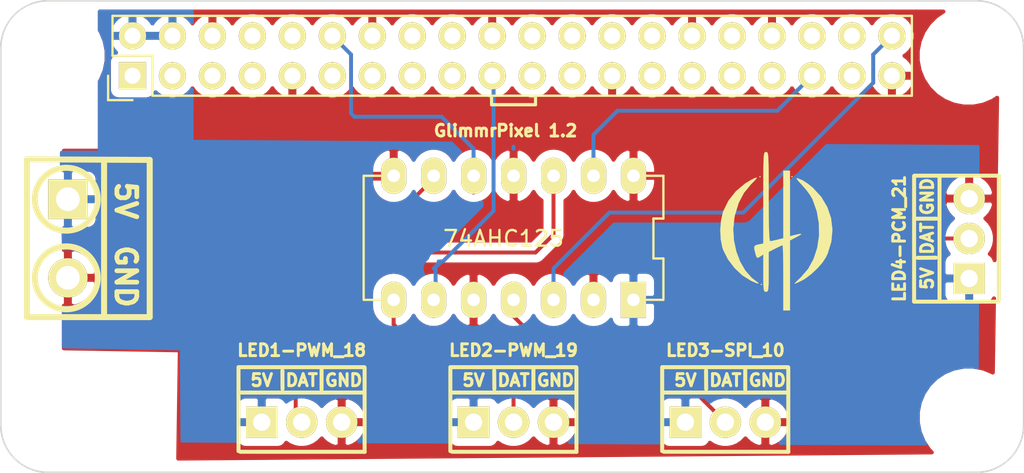
<source format=kicad_pcb>
(kicad_pcb (version 20171130) (host pcbnew "(5.1.6)-1")

  (general
    (thickness 1.6)
    (drawings 31)
    (tracks 59)
    (zones 0)
    (modules 12)
    (nets 32)
  )

  (page A4)
  (layers
    (0 F.Cu signal hide)
    (31 B.Cu signal)
    (34 B.Paste user)
    (35 F.Paste user hide)
    (36 B.SilkS user)
    (37 F.SilkS user)
    (38 B.Mask user)
    (39 F.Mask user)
    (40 Dwgs.User user)
    (41 Cmts.User user)
    (44 Edge.Cuts user)
    (48 B.Fab user)
    (49 F.Fab user)
  )

  (setup
    (last_trace_width 0.25)
    (user_trace_width 0.01)
    (user_trace_width 0.02)
    (user_trace_width 0.05)
    (user_trace_width 0.1)
    (user_trace_width 0.2)
    (trace_clearance 0.2)
    (zone_clearance 0.508)
    (zone_45_only no)
    (trace_min 0.01)
    (via_size 0.6)
    (via_drill 0.4)
    (via_min_size 0.4)
    (via_min_drill 0.3)
    (uvia_size 0.3)
    (uvia_drill 0.1)
    (uvias_allowed no)
    (uvia_min_size 0.2)
    (uvia_min_drill 0.1)
    (edge_width 0.1)
    (segment_width 0.2)
    (pcb_text_width 0.3)
    (pcb_text_size 1.5 1.5)
    (mod_edge_width 0.15)
    (mod_text_size 1 1)
    (mod_text_width 0.15)
    (pad_size 2.5 2.5)
    (pad_drill 1.5)
    (pad_to_mask_clearance 0)
    (aux_axis_origin 0 0)
    (visible_elements 7FFFFF7F)
    (pcbplotparams
      (layerselection 0x010f0_ffffffff)
      (usegerberextensions false)
      (usegerberattributes false)
      (usegerberadvancedattributes false)
      (creategerberjobfile true)
      (excludeedgelayer false)
      (linewidth 0.100000)
      (plotframeref false)
      (viasonmask false)
      (mode 1)
      (useauxorigin true)
      (hpglpennumber 1)
      (hpglpenspeed 20)
      (hpglpendiameter 15.000000)
      (psnegative false)
      (psa4output false)
      (plotreference true)
      (plotvalue true)
      (plotinvisibletext false)
      (padsonsilk false)
      (subtractmaskfromsilk false)
      (outputformat 1)
      (mirror false)
      (drillshape 0)
      (scaleselection 1)
      (outputdirectory "gerber1.1/"))
  )

  (net 0 "")
  (net 1 "Net-(J1-Pad36)")
  (net 2 PWM_19_OUT)
  (net 3 "Net-(J1-Pad24)")
  (net 4 "Net-(J1-Pad22)")
  (net 5 "Net-(J1-Pad32)")
  (net 6 "Net-(J1-Pad28)")
  (net 7 "Net-(J1-Pad26)")
  (net 8 "Net-(J1-Pad10)")
  (net 9 "Net-(J1-Pad16)")
  (net 10 "Net-(J1-Pad8)")
  (net 11 PWM_19)
  (net 12 "Net-(J1-Pad27)")
  (net 13 "Net-(J1-Pad29)")
  (net 14 "Net-(J1-Pad31)")
  (net 15 "Net-(J1-Pad21)")
  (net 16 "Net-(J1-Pad17)")
  (net 17 "Net-(J1-Pad3)")
  (net 18 PCM_20)
  (net 19 "Net-(J1-Pad7)")
  (net 20 "Net-(J1-Pad15)")
  (net 21 "Net-(J1-Pad11)")
  (net 22 PWR)
  (net 23 GND)
  (net 24 PWM_13)
  (net 25 PWM_18)
  (net 26 MOSI)
  (net 27 CLK)
  (net 28 MOSI_OUT)
  (net 29 PWM_18_OUT)
  (net 30 PCM_21)
  (net 31 PCM_21_OUT)

  (net_class Default "This is the default net class."
    (clearance 0.2)
    (trace_width 0.25)
    (via_dia 0.6)
    (via_drill 0.4)
    (uvia_dia 0.3)
    (uvia_drill 0.1)
    (add_net CLK)
    (add_net GND)
    (add_net MOSI)
    (add_net MOSI_OUT)
    (add_net "Net-(J1-Pad10)")
    (add_net "Net-(J1-Pad11)")
    (add_net "Net-(J1-Pad15)")
    (add_net "Net-(J1-Pad16)")
    (add_net "Net-(J1-Pad17)")
    (add_net "Net-(J1-Pad21)")
    (add_net "Net-(J1-Pad22)")
    (add_net "Net-(J1-Pad24)")
    (add_net "Net-(J1-Pad26)")
    (add_net "Net-(J1-Pad27)")
    (add_net "Net-(J1-Pad28)")
    (add_net "Net-(J1-Pad29)")
    (add_net "Net-(J1-Pad3)")
    (add_net "Net-(J1-Pad31)")
    (add_net "Net-(J1-Pad32)")
    (add_net "Net-(J1-Pad36)")
    (add_net "Net-(J1-Pad7)")
    (add_net "Net-(J1-Pad8)")
    (add_net PCM_20)
    (add_net PCM_21)
    (add_net PCM_21_OUT)
    (add_net PWM_13)
    (add_net PWM_18)
    (add_net PWM_18_OUT)
    (add_net PWM_19)
    (add_net PWM_19_OUT)
    (add_net PWR)
  )

  (module Custom:DIP_14 (layer F.Cu) (tedit 600A5F29) (tstamp 5945D045)
    (at 52.705 35.814 270)
    (descr "14-lead dip package, row spacing 7.62 mm (300 mils), longer pads")
    (tags "dil dip 2.54 300")
    (path /594534EA)
    (fp_text reference U1 (at 3.81 -3.81 270) (layer F.SilkS) hide
      (effects (font (size 1 1) (thickness 0.15)))
    )
    (fp_text value 74AHC125 (at 3.81 8.255) (layer F.SilkS)
      (effects (font (size 1 1) (thickness 0.15)))
    )
    (fp_line (start 2.54 -1.905) (end -0.17272 -1.90246) (layer F.SilkS) (width 0.15))
    (fp_line (start 2.54 -1.905) (end 2.54 -1.27) (layer F.SilkS) (width 0.15))
    (fp_line (start 2.54 -1.27) (end 3.175 -1.27) (layer F.SilkS) (width 0.15))
    (fp_line (start -0.18034 -0.64008) (end -0.18034 -1.91008) (layer F.SilkS) (width 0.15))
    (fp_line (start 3.175 -1.27) (end 5.08 -1.27) (layer F.SilkS) (width 0.15))
    (fp_line (start 5.08 -1.27) (end 5.08 -1.905) (layer F.SilkS) (width 0.15))
    (fp_line (start 5.08 -1.905) (end 7.62 -1.905) (layer F.SilkS) (width 0.15))
    (fp_line (start 7.71144 -1.905) (end 7.71144 -0.635) (layer F.SilkS) (width 0.15))
    (fp_line (start -0.18034 15.86992) (end -0.18034 17.13992) (layer F.SilkS) (width 0.15))
    (fp_line (start -0.18034 17.145) (end 7.62 17.145) (layer F.SilkS) (width 0.15))
    (fp_line (start 7.71144 17.145) (end 7.71144 15.875) (layer F.SilkS) (width 0.15))
    (fp_line (start -1.4 -2.45) (end -1.4 17.7) (layer F.CrtYd) (width 0.05))
    (fp_line (start 9 -2.45) (end 9 17.7) (layer F.CrtYd) (width 0.05))
    (fp_line (start -1.4 -2.45) (end 9 -2.45) (layer F.CrtYd) (width 0.05))
    (fp_line (start -1.4 17.7) (end 9 17.7) (layer F.CrtYd) (width 0.05))
    (pad 14 thru_hole rect (at 7.71144 0 270) (size 2.3 1.6) (drill 0.8) (layers *.Cu *.Mask F.SilkS)
      (net 22 PWR))
    (pad 13 thru_hole oval (at 7.71144 2.54 270) (size 2.3 1.6) (drill 0.8) (layers *.Cu *.Mask F.SilkS)
      (net 23 GND))
    (pad 12 thru_hole oval (at 7.71144 5.08 270) (size 2.3 1.6) (drill 0.8) (layers *.Cu *.Mask F.SilkS)
      (net 30 PCM_21))
    (pad 11 thru_hole oval (at 7.71144 7.62 270) (size 2.3 1.6) (drill 0.8) (layers *.Cu *.Mask F.SilkS)
      (net 31 PCM_21_OUT))
    (pad 10 thru_hole oval (at 7.71144 10.16 270) (size 2.3 1.6) (drill 0.8) (layers *.Cu *.Mask F.SilkS)
      (net 23 GND))
    (pad 9 thru_hole oval (at 7.71144 12.7 270) (size 2.3 1.6) (drill 0.8) (layers *.Cu *.Mask F.SilkS)
      (net 26 MOSI))
    (pad 8 thru_hole oval (at 7.71144 15.24 270) (size 2.3 1.6) (drill 0.8) (layers *.Cu *.Mask F.SilkS)
      (net 28 MOSI_OUT))
    (pad 7 thru_hole oval (at -0.18034 15.23492 270) (size 2.3 1.6) (drill 0.8) (layers *.Cu *.Mask F.SilkS)
      (net 23 GND))
    (pad 6 thru_hole oval (at -0.18034 12.69492 270) (size 2.3 1.6) (drill 0.8) (layers *.Cu *.Mask F.SilkS)
      (net 29 PWM_18_OUT))
    (pad 5 thru_hole oval (at -0.18034 10.15492 270) (size 2.3 1.6) (drill 0.8) (layers *.Cu *.Mask F.SilkS)
      (net 25 PWM_18))
    (pad 4 thru_hole oval (at -0.18034 7.61492 270) (size 2.3 1.6) (drill 0.8) (layers *.Cu *.Mask F.SilkS)
      (net 23 GND))
    (pad 3 thru_hole oval (at -0.18034 5.07492 270) (size 2.3 1.6) (drill 0.8) (layers *.Cu *.Mask F.SilkS)
      (net 2 PWM_19_OUT))
    (pad 2 thru_hole oval (at -0.18034 2.53492 270) (size 2.3 1.6) (drill 0.8) (layers *.Cu *.Mask F.SilkS)
      (net 11 PWM_19))
    (pad 1 thru_hole oval (at -0.18034 -0.00508 270) (size 2.3 1.6) (drill 0.8) (layers *.Cu *.Mask F.SilkS)
      (net 23 GND))
    (model ${KISYS3DMOD}/Package_DIP.3dshapes/DIP-14_W7.62mm.step
      (at (xyz 0 0 0))
      (scale (xyz 1 1 1))
      (rotate (xyz 0 0 0))
    )
  )

  (module w_conn_mpt:mpt_0,5%2f4-2,54 (layer F.Cu) (tedit 600A563D) (tstamp 600A560F)
    (at 74.041 38.354 270)
    (descr "4-way 2.54mm pitch terminal block, Phoenix MPT series")
    (path /5945246A)
    (fp_text reference LED_1 (at 1.22682 -3.50774 270) (layer F.SilkS) hide
      (effects (font (size 1.524 1.524) (thickness 0.3048)))
    )
    (fp_text value CONN_01X03 (at 1.0922 4.72948 270) (layer F.SilkS) hide
      (effects (font (size 1.524 1.524) (thickness 0.3048)))
    )
    (fp_line (start -2.72796 -1.88468) (end -2.72796 3.46964) (layer F.SilkS) (width 0.254))
    (fp_line (start 5.28574 3.50012) (end 5.28574 -1.83896) (layer F.SilkS) (width 0.254))
    (fp_line (start 0.00762 2.08788) (end 0.00762 3.3655) (layer F.SilkS) (width 0.254))
    (fp_line (start 2.4892 2.11074) (end 2.49682 3.27914) (layer F.SilkS) (width 0.254))
    (fp_line (start 5.2705 3.50012) (end -2.71272 3.50012) (layer F.SilkS) (width 0.254))
    (fp_line (start -2.6543 1.88468) (end 5.25526 1.88468) (layer F.SilkS) (width 0.254))
    (fp_line (start -2.73558 -1.88468) (end 5.17398 -1.88214) (layer F.SilkS) (width 0.254))
    (pad 3 thru_hole oval (at -1.27 0 270) (size 1.99898 1.99898) (drill 1.09728) (layers *.Cu *.Mask F.SilkS)
      (net 23 GND))
    (pad 2 thru_hole oval (at 1.27 0 270) (size 1.99898 1.99898) (drill 1.09728) (layers *.Cu *.Mask F.SilkS)
      (net 31 PCM_21_OUT))
    (pad 1 thru_hole rect (at 3.81 0 270) (size 1.99898 1.99898) (drill 1.09728) (layers *.Cu *.Mask F.SilkS)
      (net 22 PWR))
    (model ${KIPRJMOD}/libs/CAD.3dshapes/4PinTerminalBlock.step
      (offset (xyz 0 -3.175 3.048))
      (scale (xyz 1 1 1))
      (rotate (xyz -90 0 0))
    )
  )

  (module w_conn_mpt:mpt_0,5%2f4-2,54 (layer F.Cu) (tedit 600A55A8) (tstamp 600A560F)
    (at 59.817 51.308 180)
    (descr "4-way 2.54mm pitch terminal block, Phoenix MPT series")
    (path /5945246A)
    (fp_text reference LED_1 (at 1.22682 -3.50774 180) (layer F.SilkS) hide
      (effects (font (size 1.524 1.524) (thickness 0.3048)))
    )
    (fp_text value CONN_01X03 (at 1.0922 4.72948 180) (layer F.SilkS) hide
      (effects (font (size 1.524 1.524) (thickness 0.3048)))
    )
    (fp_line (start -2.72796 -1.88468) (end -2.72796 3.46964) (layer F.SilkS) (width 0.254))
    (fp_line (start 5.28574 3.50012) (end 5.28574 -1.83896) (layer F.SilkS) (width 0.254))
    (fp_line (start 0.00762 2.08788) (end 0.00762 3.3655) (layer F.SilkS) (width 0.254))
    (fp_line (start 2.4892 2.11074) (end 2.49682 3.27914) (layer F.SilkS) (width 0.254))
    (fp_line (start 5.2705 3.50012) (end -2.71272 3.50012) (layer F.SilkS) (width 0.254))
    (fp_line (start -2.6543 1.88468) (end 5.25526 1.88468) (layer F.SilkS) (width 0.254))
    (fp_line (start -2.73558 -1.88468) (end 5.17398 -1.88214) (layer F.SilkS) (width 0.254))
    (pad 3 thru_hole oval (at -1.27 0 180) (size 1.99898 1.99898) (drill 1.09728) (layers *.Cu *.Mask F.SilkS)
      (net 23 GND))
    (pad 2 thru_hole oval (at 1.27 0 180) (size 1.99898 1.99898) (drill 1.09728) (layers *.Cu *.Mask F.SilkS)
      (net 28 MOSI_OUT))
    (pad 1 thru_hole rect (at 3.81 0 180) (size 1.99898 1.99898) (drill 1.09728) (layers *.Cu *.Mask F.SilkS)
      (net 22 PWR))
    (model ${KIPRJMOD}/libs/CAD.3dshapes/4PinTerminalBlock.step
      (offset (xyz 0 -3.175 3.048))
      (scale (xyz 1 1 1))
      (rotate (xyz -90 0 0))
    )
  )

  (module w_conn_mpt:mpt_0,5%2f4-2,54 (layer F.Cu) (tedit 600A551E) (tstamp 600A560F)
    (at 46.355 51.308 180)
    (descr "4-way 2.54mm pitch terminal block, Phoenix MPT series")
    (path /5945246A)
    (fp_text reference LED_1 (at 1.22682 -3.50774 180) (layer F.SilkS) hide
      (effects (font (size 1.524 1.524) (thickness 0.3048)))
    )
    (fp_text value CONN_01X03 (at 1.0922 4.72948 180) (layer F.SilkS) hide
      (effects (font (size 1.524 1.524) (thickness 0.3048)))
    )
    (fp_line (start -2.72796 -1.88468) (end -2.72796 3.46964) (layer F.SilkS) (width 0.254))
    (fp_line (start 5.28574 3.50012) (end 5.28574 -1.83896) (layer F.SilkS) (width 0.254))
    (fp_line (start 0.00762 2.08788) (end 0.00762 3.3655) (layer F.SilkS) (width 0.254))
    (fp_line (start 2.4892 2.11074) (end 2.49682 3.27914) (layer F.SilkS) (width 0.254))
    (fp_line (start 5.2705 3.50012) (end -2.71272 3.50012) (layer F.SilkS) (width 0.254))
    (fp_line (start -2.6543 1.88468) (end 5.25526 1.88468) (layer F.SilkS) (width 0.254))
    (fp_line (start -2.73558 -1.88468) (end 5.17398 -1.88214) (layer F.SilkS) (width 0.254))
    (pad 3 thru_hole oval (at -1.27 0 180) (size 1.99898 1.99898) (drill 1.09728) (layers *.Cu *.Mask F.SilkS)
      (net 23 GND))
    (pad 2 thru_hole oval (at 1.27 0 180) (size 1.99898 1.99898) (drill 1.09728) (layers *.Cu *.Mask F.SilkS)
      (net 2 PWM_19_OUT))
    (pad 1 thru_hole rect (at 3.81 0 180) (size 1.99898 1.99898) (drill 1.09728) (layers *.Cu *.Mask F.SilkS)
      (net 22 PWR))
    (model ${KIPRJMOD}/libs/CAD.3dshapes/4PinTerminalBlock.step
      (offset (xyz 0 -3.175 3.048))
      (scale (xyz 1 1 1))
      (rotate (xyz -90 0 0))
    )
  )

  (module w_conn_mpt:mpt_0,5%2f4-2,54 (layer F.Cu) (tedit 600A54AE) (tstamp 5FE14EEF)
    (at 32.893 51.308 180)
    (descr "4-way 2.54mm pitch terminal block, Phoenix MPT series")
    (path /5945246A)
    (fp_text reference LED_1 (at 1.22682 -3.50774 180) (layer F.SilkS) hide
      (effects (font (size 1.524 1.524) (thickness 0.3048)))
    )
    (fp_text value CONN_01X03 (at 1.0922 4.72948 180) (layer F.SilkS) hide
      (effects (font (size 1.524 1.524) (thickness 0.3048)))
    )
    (fp_line (start -2.72796 -1.88468) (end -2.72796 3.46964) (layer F.SilkS) (width 0.254))
    (fp_line (start 5.28574 3.50012) (end 5.28574 -1.83896) (layer F.SilkS) (width 0.254))
    (fp_line (start 0.00762 2.08788) (end 0.00762 3.3655) (layer F.SilkS) (width 0.254))
    (fp_line (start 2.4892 2.11074) (end 2.49682 3.27914) (layer F.SilkS) (width 0.254))
    (fp_line (start 5.2705 3.50012) (end -2.71272 3.50012) (layer F.SilkS) (width 0.254))
    (fp_line (start -2.6543 1.88468) (end 5.25526 1.88468) (layer F.SilkS) (width 0.254))
    (fp_line (start -2.73558 -1.88468) (end 5.17398 -1.88214) (layer F.SilkS) (width 0.254))
    (pad 1 thru_hole rect (at 3.81 0 180) (size 1.99898 1.99898) (drill 1.09728) (layers *.Cu *.Mask F.SilkS)
      (net 22 PWR))
    (pad 2 thru_hole oval (at 1.27 0 180) (size 1.99898 1.99898) (drill 1.09728) (layers *.Cu *.Mask F.SilkS)
      (net 29 PWM_18_OUT))
    (pad 3 thru_hole oval (at -1.27 0 180) (size 1.99898 1.99898) (drill 1.09728) (layers *.Cu *.Mask F.SilkS)
      (net 23 GND))
    (model ${KIPRJMOD}/libs/CAD.3dshapes/4PinTerminalBlock.step
      (offset (xyz 0 -3.175 3.048))
      (scale (xyz 1 1 1))
      (rotate (xyz -90 0 0))
    )
  )

  (module w_conn_mkds:mkds_1,5-2 (layer F.Cu) (tedit 600A5DF4) (tstamp 5945D033)
    (at 16.764 39.624 270)
    (descr "2-way 5mm pitch terminal block, Phoenix MKDS series")
    (path /59453D07)
    (fp_text reference P2 (at 0 -6.6 270) (layer F.SilkS) hide
      (effects (font (size 1.5 1.5) (thickness 0.3)))
    )
    (fp_text value CONN_01X02 (at 0.13462 4.46024 270) (layer F.SilkS) hide
      (effects (font (size 1.5 1.5) (thickness 0.3)))
    )
    (fp_line (start -5 -5.2) (end -5.03936 2.60858) (layer F.SilkS) (width 0.381))
    (fp_line (start 5 -5.2) (end -5 -5.2) (layer F.SilkS) (width 0.381))
    (fp_line (start 5 2.60858) (end 5 -5.2) (layer F.SilkS) (width 0.381))
    (fp_line (start -5 -2.3) (end 5 -2.3) (layer F.SilkS) (width 0.381))
    (fp_line (start -5 2.6) (end 5 2.6) (layer F.SilkS) (width 0.381))
    (fp_circle (center -2.5 0.1) (end -0.5 0.1) (layer F.SilkS) (width 0.381))
    (fp_circle (center 2.5 0.1) (end 0.5 0.1) (layer F.SilkS) (width 0.381))
    (pad 1 thru_hole rect (at -2.5 0 270) (size 2.5 2.5) (drill 1.5) (layers *.Cu *.Mask F.SilkS)
      (net 22 PWR))
    (pad 2 thru_hole oval (at 2.5 0 270) (size 2.5 2.5) (drill 1.5) (layers *.Cu *.Mask F.SilkS)
      (net 23 GND))
    (model ${KIPRJMOD}/libs/CAD.3dshapes/1716020000.stp
      (offset (xyz -5.08 5.08 -3.81))
      (scale (xyz 1 1 1))
      (rotate (xyz -90 0 0))
    )
  )

  (module gerber:dlogo (layer F.Cu) (tedit 0) (tstamp 5FE17D0B)
    (at 61.722 39.116)
    (fp_text reference G*** (at 0 0) (layer F.SilkS) hide
      (effects (font (size 1.524 1.524) (thickness 0.3)))
    )
    (fp_text value LOGO (at 0.75 0) (layer F.SilkS) hide
      (effects (font (size 1.524 1.524) (thickness 0.3)))
    )
    (fp_poly (pts (xy -0.54687 -4.990765) (xy -0.510174 -4.965807) (xy -0.481573 -4.903579) (xy -0.460057 -4.7872)
      (xy -0.44462 -4.599789) (xy -0.434253 -4.324468) (xy -0.427949 -3.944354) (xy -0.4247 -3.442568)
      (xy -0.423498 -2.80223) (xy -0.423333 -2.159) (xy -0.420997 -1.284741) (xy -0.413911 -0.576051)
      (xy -0.401957 -0.029228) (xy -0.385019 0.359427) (xy -0.36298 0.593616) (xy -0.335724 0.677041)
      (xy -0.333826 0.677334) (xy -0.202522 0.657906) (xy 0.02381 0.608928) (xy 0.131841 0.582616)
      (xy 0.508 0.487898) (xy 0.508 -3.81) (xy 0.931333 -3.81) (xy 0.931333 0.357024)
      (xy 1.143 0.305512) (xy 1.465345 0.231707) (xy 1.631301 0.207831) (xy 1.647 0.236267)
      (xy 1.518575 0.3194) (xy 1.375833 0.396036) (xy 0.931333 0.627689) (xy 0.931333 5.08)
      (xy 0.508 5.08) (xy 0.508 3.005667) (xy 0.50624 2.433171) (xy 0.501293 1.921204)
      (xy 0.493658 1.492667) (xy 0.483832 1.17046) (xy 0.472315 0.977483) (xy 0.462852 0.931334)
      (xy 0.368414 0.966619) (xy 0.172517 1.057577) (xy -0.002815 1.144426) (xy -0.423333 1.357519)
      (xy -0.423333 2.626093) (xy -0.424445 3.113876) (xy -0.430021 3.457497) (xy -0.443419 3.682126)
      (xy -0.468 3.81293) (xy -0.507124 3.875079) (xy -0.564149 3.893741) (xy -0.592667 3.894667)
      (xy -0.659628 3.885885) (xy -0.706148 3.842206) (xy -0.735934 3.737628) (xy -0.752696 3.54615)
      (xy -0.760141 3.241769) (xy -0.761979 2.798484) (xy -0.762 2.707382) (xy -0.762 1.520097)
      (xy -0.96802 1.655086) (xy -1.102645 1.732668) (xy -1.177378 1.712671) (xy -1.235258 1.567667)
      (xy -1.263881 1.466538) (xy -1.333058 1.183934) (xy -1.333234 1.020385) (xy -1.249857 0.934606)
      (xy -1.068373 0.885311) (xy -1.058333 0.883414) (xy -0.762 0.827822) (xy -0.762 -2.083756)
      (xy -0.761739 -2.861999) (xy -0.760311 -3.487571) (xy -0.756746 -3.977133) (xy -0.750075 -4.347345)
      (xy -0.73933 -4.61487) (xy -0.723541 -4.796369) (xy -0.701739 -4.908503) (xy -0.672956 -4.967933)
      (xy -0.636222 -4.991322) (xy -0.592667 -4.995333) (xy -0.54687 -4.990765)) (layer F.SilkS) (width 0.01))
    (fp_poly (pts (xy -0.846667 3.429) (xy -0.889 3.471334) (xy -0.931333 3.429) (xy -0.889 3.386667)
      (xy -0.846667 3.429)) (layer F.SilkS) (width 0.01))
    (fp_poly (pts (xy -1.199049 -3.312896) (xy -1.335441 -3.153724) (xy -1.54477 -2.942167) (xy -1.99348 -2.398659)
      (xy -2.32991 -1.755212) (xy -2.563596 -0.992559) (xy -2.602465 -0.805308) (xy -2.67459 -0.093323)
      (xy -2.630514 0.629552) (xy -2.480479 1.332391) (xy -2.234729 1.98427) (xy -1.90351 2.554263)
      (xy -1.497064 3.011443) (xy -1.282762 3.178687) (xy -1.099542 3.31523) (xy -1.061175 3.374678)
      (xy -1.161712 3.356951) (xy -1.3952 3.261972) (xy -1.566333 3.182432) (xy -2.100953 2.844969)
      (xy -2.593659 2.381242) (xy -3.007702 1.834242) (xy -3.306329 1.246959) (xy -3.365169 1.078232)
      (xy -3.469983 0.552497) (xy -3.49714 -0.048812) (xy -3.448291 -0.651652) (xy -3.325083 -1.181985)
      (xy -3.314141 -1.213296) (xy -2.981014 -1.89628) (xy -2.507675 -2.497581) (xy -1.911557 -2.997348)
      (xy -1.561942 -3.20885) (xy -1.311932 -3.334762) (xy -1.19109 -3.371343) (xy -1.199049 -3.312896)) (layer F.SilkS) (width 0.01))
    (fp_poly (pts (xy 1.392416 -3.33405) (xy 1.731143 -3.194202) (xy 2.077071 -2.970373) (xy 2.384128 -2.717428)
      (xy 2.914298 -2.143762) (xy 3.300785 -1.495118) (xy 3.53978 -0.791962) (xy 3.627472 -0.054761)
      (xy 3.560052 0.696019) (xy 3.333709 1.439913) (xy 3.208435 1.710262) (xy 2.987569 2.044497)
      (xy 2.665807 2.410263) (xy 2.292001 2.760033) (xy 1.915 3.046278) (xy 1.713419 3.164822)
      (xy 1.46852 3.284716) (xy 1.288086 3.36527) (xy 1.223658 3.386667) (xy 1.255218 3.334957)
      (xy 1.386285 3.198333) (xy 1.589957 3.004548) (xy 1.62684 2.970683) (xy 2.084424 2.441892)
      (xy 2.43141 1.808668) (xy 2.663844 1.098114) (xy 2.777769 0.337332) (xy 2.76923 -0.446577)
      (xy 2.63427 -1.226511) (xy 2.368935 -1.975367) (xy 2.353579 -2.008514) (xy 2.197197 -2.273333)
      (xy 1.965053 -2.587416) (xy 1.70584 -2.885198) (xy 1.691304 -2.900276) (xy 1.46659 -3.144795)
      (xy 1.359057 -3.293082) (xy 1.373413 -3.338305) (xy 1.392416 -3.33405)) (layer F.SilkS) (width 0.01))
    (fp_poly (pts (xy -0.931333 -3.429) (xy -0.973667 -3.386666) (xy -1.016 -3.429) (xy -0.973667 -3.471333)
      (xy -0.931333 -3.429)) (layer F.SilkS) (width 0.01))
    (fp_poly (pts (xy 1.100667 -3.429) (xy 1.058333 -3.386666) (xy 1.016 -3.429) (xy 1.058333 -3.471333)
      (xy 1.100667 -3.429)) (layer F.SilkS) (width 0.01))
  )

  (module RPi_Hat:RPi_Hat_Mounting_Hole (layer F.Cu) (tedit 55217CCB) (tstamp 58B743A7)
    (at 16 51)
    (descr "Mounting hole, Befestigungsbohrung, 2,7mm, No Annular, Kein Restring,")
    (tags "Mounting hole, Befestigungsbohrung, 2,7mm, No Annular, Kein Restring,")
    (fp_text reference "" (at 0 -4.0005) (layer F.SilkS) hide
      (effects (font (size 1 1) (thickness 0.15)))
    )
    (fp_text value "" (at 0.09906 3.59918) (layer F.Fab) hide
      (effects (font (size 1 1) (thickness 0.15)))
    )
    (fp_circle (center 0 0) (end 3.1 0) (layer B.CrtYd) (width 0.15))
    (fp_circle (center 0 0) (end 3.1 0) (layer F.CrtYd) (width 0.15))
    (fp_circle (center 0 0) (end 1.375 0) (layer B.Fab) (width 0.15))
    (fp_circle (center 0 0) (end 3.1 0) (layer B.Fab) (width 0.15))
    (fp_circle (center 0 0) (end 3.1 0) (layer F.Fab) (width 0.15))
    (fp_circle (center 0 0) (end 1.375 0) (layer F.Fab) (width 0.15))
    (pad "" np_thru_hole circle (at 0 0) (size 2.75 2.75) (drill 2.75) (layers *.Cu *.Mask)
      (solder_mask_margin 1.725) (clearance 1.725))
  )

  (module RPi_Hat:Pin_Header_Straight_2x20 (layer F.Cu) (tedit 600A48A6) (tstamp 5516AEA0)
    (at 45 28 90)
    (descr "Through hole pin header")
    (tags "pin header")
    (path /5516AE26)
    (fp_text reference J1 (at -5 -21 180) (layer F.SilkS) hide
      (effects (font (size 1 1) (thickness 0.15)))
    )
    (fp_text value RPi_GPIO (at -1.27 -27.23 90) (layer F.Fab) hide
      (effects (font (size 1 1) (thickness 0.15)))
    )
    (fp_line (start -2.82 -25.68) (end -2.82 -24.13) (layer F.SilkS) (width 0.15))
    (fp_line (start 0 -22.86) (end -2.54 -22.86) (layer F.SilkS) (width 0.15))
    (fp_line (start 0 -25.4) (end 0 -22.86) (layer F.SilkS) (width 0.15))
    (fp_line (start -1.27 -25.68) (end -2.82 -25.68) (layer F.SilkS) (width 0.15))
    (fp_line (start 2.54 -25.4) (end 0 -25.4) (layer F.SilkS) (width 0.15))
    (fp_line (start 2.54 25.4) (end -2.54 25.4) (layer F.SilkS) (width 0.15))
    (fp_line (start -2.54 -22.86) (end -2.54 25.4) (layer F.SilkS) (width 0.15))
    (fp_line (start 2.54 25.4) (end 2.54 -25.4) (layer F.SilkS) (width 0.15))
    (fp_line (start -3.02 25.92) (end 3.03 25.92) (layer F.CrtYd) (width 0.05))
    (fp_line (start -3.02 -25.88) (end 3.03 -25.88) (layer F.CrtYd) (width 0.05))
    (fp_line (start 3.03 -25.88) (end 3.03 25.92) (layer F.CrtYd) (width 0.05))
    (fp_line (start -3.02 -25.88) (end -3.02 25.92) (layer F.CrtYd) (width 0.05))
    (pad 1 thru_hole rect (at -1.27 -24.13 90) (size 1.7272 1.7272) (drill 1.016) (layers *.Cu *.Mask F.SilkS))
    (pad 2 thru_hole oval (at 1.27 -24.13 90) (size 1.7272 1.7272) (drill 1.016) (layers *.Cu *.Mask F.SilkS)
      (net 22 PWR))
    (pad 3 thru_hole oval (at -1.27 -21.59 90) (size 1.7272 1.7272) (drill 1.016) (layers *.Cu *.Mask F.SilkS)
      (net 17 "Net-(J1-Pad3)"))
    (pad 4 thru_hole oval (at 1.27 -21.59 90) (size 1.7272 1.7272) (drill 1.016) (layers *.Cu *.Mask F.SilkS)
      (net 22 PWR))
    (pad 5 thru_hole oval (at -1.27 -19.05 90) (size 1.7272 1.7272) (drill 1.016) (layers *.Cu *.Mask F.SilkS))
    (pad 6 thru_hole oval (at 1.27 -19.05 90) (size 1.7272 1.7272) (drill 1.016) (layers *.Cu *.Mask F.SilkS)
      (net 23 GND))
    (pad 7 thru_hole oval (at -1.27 -16.51 90) (size 1.7272 1.7272) (drill 1.016) (layers *.Cu *.Mask F.SilkS)
      (net 19 "Net-(J1-Pad7)"))
    (pad 8 thru_hole oval (at 1.27 -16.51 90) (size 1.7272 1.7272) (drill 1.016) (layers *.Cu *.Mask F.SilkS)
      (net 10 "Net-(J1-Pad8)"))
    (pad 9 thru_hole oval (at -1.27 -13.97 90) (size 1.7272 1.7272) (drill 1.016) (layers *.Cu *.Mask F.SilkS)
      (net 23 GND))
    (pad 10 thru_hole oval (at 1.27 -13.97 90) (size 1.7272 1.7272) (drill 1.016) (layers *.Cu *.Mask F.SilkS)
      (net 8 "Net-(J1-Pad10)"))
    (pad 11 thru_hole oval (at -1.27 -11.43 90) (size 1.7272 1.7272) (drill 1.016) (layers *.Cu *.Mask F.SilkS)
      (net 21 "Net-(J1-Pad11)"))
    (pad 12 thru_hole oval (at 1.27 -11.43 90) (size 1.7272 1.7272) (drill 1.016) (layers *.Cu *.Mask F.SilkS)
      (net 25 PWM_18))
    (pad 13 thru_hole oval (at -1.27 -8.89 90) (size 1.7272 1.7272) (drill 1.016) (layers *.Cu *.Mask F.SilkS))
    (pad 14 thru_hole oval (at 1.27 -8.89 90) (size 1.7272 1.7272) (drill 1.016) (layers *.Cu *.Mask F.SilkS)
      (net 23 GND))
    (pad 15 thru_hole oval (at -1.27 -6.35 90) (size 1.7272 1.7272) (drill 1.016) (layers *.Cu *.Mask F.SilkS)
      (net 20 "Net-(J1-Pad15)"))
    (pad 16 thru_hole oval (at 1.27 -6.35 90) (size 1.7272 1.7272) (drill 1.016) (layers *.Cu *.Mask F.SilkS)
      (net 9 "Net-(J1-Pad16)"))
    (pad 17 thru_hole oval (at -1.27 -3.81 90) (size 1.7272 1.7272) (drill 1.016) (layers *.Cu *.Mask F.SilkS)
      (net 16 "Net-(J1-Pad17)"))
    (pad 18 thru_hole oval (at 1.27 -3.81 90) (size 1.7272 1.7272) (drill 1.016) (layers *.Cu *.Mask F.SilkS))
    (pad 19 thru_hole oval (at -1.27 -1.27 90) (size 1.7272 1.7272) (drill 1.016) (layers *.Cu *.Mask F.SilkS)
      (net 26 MOSI))
    (pad 20 thru_hole oval (at 1.27 -1.27 90) (size 1.7272 1.7272) (drill 1.016) (layers *.Cu *.Mask F.SilkS)
      (net 23 GND))
    (pad 21 thru_hole oval (at -1.27 1.27 90) (size 1.7272 1.7272) (drill 1.016) (layers *.Cu *.Mask F.SilkS)
      (net 15 "Net-(J1-Pad21)"))
    (pad 22 thru_hole oval (at 1.27 1.27 90) (size 1.7272 1.7272) (drill 1.016) (layers *.Cu *.Mask F.SilkS)
      (net 4 "Net-(J1-Pad22)"))
    (pad 23 thru_hole oval (at -1.27 3.81 90) (size 1.7272 1.7272) (drill 1.016) (layers *.Cu *.Mask F.SilkS)
      (net 27 CLK))
    (pad 24 thru_hole oval (at 1.27 3.81 90) (size 1.7272 1.7272) (drill 1.016) (layers *.Cu *.Mask F.SilkS)
      (net 3 "Net-(J1-Pad24)"))
    (pad 25 thru_hole oval (at -1.27 6.35 90) (size 1.7272 1.7272) (drill 1.016) (layers *.Cu *.Mask F.SilkS)
      (net 23 GND))
    (pad 26 thru_hole oval (at 1.27 6.35 90) (size 1.7272 1.7272) (drill 1.016) (layers *.Cu *.Mask F.SilkS)
      (net 7 "Net-(J1-Pad26)"))
    (pad 27 thru_hole oval (at -1.27 8.89 90) (size 1.7272 1.7272) (drill 1.016) (layers *.Cu *.Mask F.SilkS)
      (net 12 "Net-(J1-Pad27)"))
    (pad 28 thru_hole oval (at 1.27 8.89 90) (size 1.7272 1.7272) (drill 1.016) (layers *.Cu *.Mask F.SilkS)
      (net 6 "Net-(J1-Pad28)"))
    (pad 29 thru_hole oval (at -1.27 11.43 90) (size 1.7272 1.7272) (drill 1.016) (layers *.Cu *.Mask F.SilkS)
      (net 13 "Net-(J1-Pad29)"))
    (pad 30 thru_hole oval (at 1.27 11.43 90) (size 1.7272 1.7272) (drill 1.016) (layers *.Cu *.Mask F.SilkS)
      (net 23 GND))
    (pad 31 thru_hole oval (at -1.27 13.97 90) (size 1.7272 1.7272) (drill 1.016) (layers *.Cu *.Mask F.SilkS)
      (net 14 "Net-(J1-Pad31)"))
    (pad 32 thru_hole oval (at 1.27 13.97 90) (size 1.7272 1.7272) (drill 1.016) (layers *.Cu *.Mask F.SilkS)
      (net 5 "Net-(J1-Pad32)"))
    (pad 33 thru_hole oval (at -1.27 16.51 90) (size 1.7272 1.7272) (drill 1.016) (layers *.Cu *.Mask F.SilkS)
      (net 24 PWM_13))
    (pad 34 thru_hole oval (at 1.27 16.51 90) (size 1.7272 1.7272) (drill 1.016) (layers *.Cu *.Mask F.SilkS)
      (net 23 GND))
    (pad 35 thru_hole oval (at -1.27 19.05 90) (size 1.7272 1.7272) (drill 1.016) (layers *.Cu *.Mask F.SilkS)
      (net 11 PWM_19))
    (pad 36 thru_hole oval (at 1.27 19.05 90) (size 1.7272 1.7272) (drill 1.016) (layers *.Cu *.Mask F.SilkS)
      (net 1 "Net-(J1-Pad36)"))
    (pad 37 thru_hole oval (at -1.27 21.59 90) (size 1.7272 1.7272) (drill 1.016) (layers *.Cu *.Mask F.SilkS))
    (pad 38 thru_hole oval (at 1.27 21.59 90) (size 1.7272 1.7272) (drill 1.016) (layers *.Cu *.Mask F.SilkS)
      (net 18 PCM_20))
    (pad 39 thru_hole oval (at -1.27 24.13 90) (size 1.7272 1.7272) (drill 1.016) (layers *.Cu *.Mask F.SilkS)
      (net 23 GND))
    (pad 40 thru_hole oval (at 1.27 24.13 90) (size 1.7272 1.7272) (drill 1.016) (layers *.Cu *.Mask F.SilkS)
      (net 30 PCM_21))
    (model ${KISYS3DMOD}/Connector_PinSocket_2.54mm.3dshapes/PinSocket_2x20_P2.54mm_Vertical.step
      (offset (xyz -1.27 24.13 -1.778))
      (scale (xyz 1 1 1))
      (rotate (xyz 0 180 0))
    )
  )

  (module RPi_Hat:RPi_Hat_Mounting_Hole (layer F.Cu) (tedit 55217C7B) (tstamp 5515DEA9)
    (at 74 28)
    (descr "Mounting hole, Befestigungsbohrung, 2,7mm, No Annular, Kein Restring,")
    (tags "Mounting hole, Befestigungsbohrung, 2,7mm, No Annular, Kein Restring,")
    (fp_text reference "" (at 0 -4.0005) (layer F.SilkS) hide
      (effects (font (size 1 1) (thickness 0.15)))
    )
    (fp_text value "" (at 0.09906 3.59918) (layer F.Fab) hide
      (effects (font (size 1 1) (thickness 0.15)))
    )
    (fp_circle (center 0 0) (end 3.1 0) (layer B.CrtYd) (width 0.15))
    (fp_circle (center 0 0) (end 3.1 0) (layer F.CrtYd) (width 0.15))
    (fp_circle (center 0 0) (end 1.375 0) (layer B.Fab) (width 0.15))
    (fp_circle (center 0 0) (end 3.1 0) (layer B.Fab) (width 0.15))
    (fp_circle (center 0 0) (end 3.1 0) (layer F.Fab) (width 0.15))
    (fp_circle (center 0 0) (end 1.375 0) (layer F.Fab) (width 0.15))
    (pad "" np_thru_hole circle (at 0 0) (size 2.75 2.75) (drill 2.75) (layers *.Cu *.Mask)
      (solder_mask_margin 1.725) (clearance 1.725))
  )

  (module RPi_Hat:RPi_Hat_Mounting_Hole (layer F.Cu) (tedit 55217CCB) (tstamp 55169DC9)
    (at 74 51)
    (descr "Mounting hole, Befestigungsbohrung, 2,7mm, No Annular, Kein Restring,")
    (tags "Mounting hole, Befestigungsbohrung, 2,7mm, No Annular, Kein Restring,")
    (fp_text reference "" (at 0 -4.0005) (layer F.SilkS) hide
      (effects (font (size 1 1) (thickness 0.15)))
    )
    (fp_text value "" (at 0.09906 3.59918) (layer F.Fab) hide
      (effects (font (size 1 1) (thickness 0.15)))
    )
    (fp_circle (center 0 0) (end 3.1 0) (layer B.CrtYd) (width 0.15))
    (fp_circle (center 0 0) (end 3.1 0) (layer F.CrtYd) (width 0.15))
    (fp_circle (center 0 0) (end 1.375 0) (layer B.Fab) (width 0.15))
    (fp_circle (center 0 0) (end 3.1 0) (layer B.Fab) (width 0.15))
    (fp_circle (center 0 0) (end 3.1 0) (layer F.Fab) (width 0.15))
    (fp_circle (center 0 0) (end 1.375 0) (layer F.Fab) (width 0.15))
    (pad "" np_thru_hole circle (at 0 0) (size 2.75 2.75) (drill 2.75) (layers *.Cu *.Mask)
      (solder_mask_margin 1.725) (clearance 1.725))
  )

  (module RPi_Hat:RPi_Hat_Mounting_Hole (layer F.Cu) (tedit 55217CA2) (tstamp 5515DEBF)
    (at 16 28)
    (descr "Mounting hole, Befestigungsbohrung, 2,7mm, No Annular, Kein Restring,")
    (tags "Mounting hole, Befestigungsbohrung, 2,7mm, No Annular, Kein Restring,")
    (fp_text reference "" (at 0 -4.0005) (layer F.SilkS) hide
      (effects (font (size 1 1) (thickness 0.15)))
    )
    (fp_text value "" (at 0.09906 3.59918) (layer F.Fab) hide
      (effects (font (size 1 1) (thickness 0.15)))
    )
    (fp_circle (center 0 0) (end 3.1 0) (layer B.CrtYd) (width 0.15))
    (fp_circle (center 0 0) (end 3.1 0) (layer F.CrtYd) (width 0.15))
    (fp_circle (center 0 0) (end 1.375 0) (layer B.Fab) (width 0.15))
    (fp_circle (center 0 0) (end 3.1 0) (layer B.Fab) (width 0.15))
    (fp_circle (center 0 0) (end 3.1 0) (layer F.Fab) (width 0.15))
    (fp_circle (center 0 0) (end 1.375 0) (layer F.Fab) (width 0.15))
    (pad "" np_thru_hole circle (at 0 0) (size 2.75 2.75) (drill 2.75) (layers *.Cu *.Mask)
      (solder_mask_margin 1.725) (clearance 1.725))
  )

  (gr_text GND (at 71.374 36.957 90) (layer F.SilkS) (tstamp 600A561F)
    (effects (font (size 0.762 0.762) (thickness 0.1905)))
  )
  (gr_text LED4-PCM_21 (at 69.596 39.624 90) (layer F.SilkS) (tstamp 600A561E)
    (effects (font (size 0.75 0.75) (thickness 0.1875)))
  )
  (gr_text DAT (at 71.374 39.624 90) (layer F.SilkS) (tstamp 600A561D)
    (effects (font (size 0.762 0.762) (thickness 0.1905)))
  )
  (gr_text 5V (at 71.374 42.164 90) (layer F.SilkS) (tstamp 600A561C)
    (effects (font (size 0.762 0.762) (thickness 0.1905)))
  )
  (gr_text GND (at 61.214 48.641) (layer F.SilkS) (tstamp 600A561F)
    (effects (font (size 0.762 0.762) (thickness 0.1905)))
  )
  (gr_text LED3-SPI_10 (at 58.547 46.736) (layer F.SilkS) (tstamp 600A561E)
    (effects (font (size 0.75 0.75) (thickness 0.1875)))
  )
  (gr_text DAT (at 58.547 48.641) (layer F.SilkS) (tstamp 600A561D)
    (effects (font (size 0.762 0.762) (thickness 0.1905)))
  )
  (gr_text 5V (at 56.007 48.641) (layer F.SilkS) (tstamp 600A561C)
    (effects (font (size 0.762 0.762) (thickness 0.1905)))
  )
  (gr_text GND (at 47.752 48.641) (layer F.SilkS) (tstamp 600A561F)
    (effects (font (size 0.762 0.762) (thickness 0.1905)))
  )
  (gr_text LED2-PWM_19 (at 45.085 46.736) (layer F.SilkS) (tstamp 600A561E)
    (effects (font (size 0.75 0.75) (thickness 0.1875)))
  )
  (gr_text DAT (at 45.085 48.641) (layer F.SilkS) (tstamp 600A561D)
    (effects (font (size 0.762 0.762) (thickness 0.1905)))
  )
  (gr_text 5V (at 42.545 48.641) (layer F.SilkS) (tstamp 600A561C)
    (effects (font (size 0.762 0.762) (thickness 0.1905)))
  )
  (gr_text "GlimmrPixel 1.2" (at 44.577 32.766) (layer F.SilkS)
    (effects (font (size 0.75 0.75) (thickness 0.1875)))
  )
  (gr_text LED1-PWM_18 (at 31.623 46.736) (layer F.SilkS) (tstamp 5FE14EEE)
    (effects (font (size 0.75 0.75) (thickness 0.1875)))
  )
  (gr_text GND (at 34.29 48.641) (layer F.SilkS) (tstamp 5FE14EEC)
    (effects (font (size 0.762 0.762) (thickness 0.1905)))
  )
  (gr_text 5V (at 29.083 48.641) (layer F.SilkS) (tstamp 5FE14EE9)
    (effects (font (size 0.762 0.762) (thickness 0.1905)))
  )
  (gr_text DAT (at 31.623 48.641) (layer F.SilkS) (tstamp 5FE14EE8)
    (effects (font (size 0.762 0.762) (thickness 0.1905)))
  )
  (gr_line (start 43.688 31.115) (end 43.688 30.607) (angle 90) (layer F.SilkS) (width 0.2))
  (gr_line (start 46.482 31.115) (end 46.482 30.607) (angle 90) (layer F.SilkS) (width 0.2))
  (gr_line (start 43.688 31.115) (end 46.482 31.115) (angle 90) (layer F.SilkS) (width 0.2))
  (gr_line (start 43.815 31.115) (end 46.355 31.115) (angle 90) (layer F.SilkS) (width 0.2))
  (gr_text 5V (at 20.447 37.211 -90) (layer F.SilkS)
    (effects (font (size 1.27 1.27) (thickness 0.3)))
  )
  (gr_text "GND\n" (at 20.447 42.037 -90) (layer F.SilkS)
    (effects (font (size 1.27 1.27) (thickness 0.3)))
  )
  (gr_line (start 77.5 51.5) (end 77.5 27.5) (angle 90) (layer Edge.Cuts) (width 0.1))
  (gr_line (start 12.5 51.5) (end 12.5 27.5) (angle 90) (layer Edge.Cuts) (width 0.1))
  (gr_arc (start 74.5 27.5) (end 74.5 24.5) (angle 90) (layer Edge.Cuts) (width 0.1) (tstamp 5516A74C))
  (gr_line (start 15.5 24.5) (end 74.5 24.5) (angle 90) (layer Edge.Cuts) (width 0.1) (tstamp 5516A726))
  (gr_arc (start 15.5 27.5) (end 12.5 27.5) (angle 90) (layer Edge.Cuts) (width 0.1) (tstamp 5516A6F0))
  (gr_arc (start 74.5 51.5) (end 77.5 51.5) (angle 90) (layer Edge.Cuts) (width 0.1) (tstamp 55157FFB))
  (gr_arc (start 15.5 51.5) (end 15.5 54.5) (angle 90) (layer Edge.Cuts) (width 0.1) (tstamp 55157FCE))
  (gr_line (start 15.5 54.5) (end 74.5 54.5) (angle 90) (layer Edge.Cuts) (width 0.1))

  (segment (start 45.085 51.308) (end 45.085 49.657) (width 0.25) (layer F.Cu) (net 2))
  (segment (start 45.085 49.657) (end 43.434 48.006) (width 0.25) (layer F.Cu) (net 2))
  (segment (start 37.592 48.006) (end 41.529 48.006) (width 0.25) (layer F.Cu) (net 2))
  (segment (start 43.434 48.006) (end 41.529 48.006) (width 0.25) (layer F.Cu) (net 2))
  (segment (start 41.529 48.006) (end 41.783 48.006) (width 0.25) (layer F.Cu) (net 2))
  (segment (start 47.625 39.116) (end 47.625 39.37) (width 0.25) (layer F.Cu) (net 2))
  (segment (start 47.625 39.116) (end 47.625 39.243) (width 0.25) (layer F.Cu) (net 2))
  (segment (start 47.625 35.814) (end 47.625 39.116) (width 0.25) (layer F.Cu) (net 2))
  (segment (start 47.625 39.37) (end 46.482 40.513) (width 0.25) (layer F.Cu) (net 2))
  (segment (start 46.482 40.513) (end 36.068 40.513) (width 0.25) (layer F.Cu) (net 2))
  (segment (start 36.068 40.513) (end 34.417 42.164) (width 0.25) (layer F.Cu) (net 2))
  (segment (start 34.417 44.831) (end 37.592 48.006) (width 0.25) (layer F.Cu) (net 2))
  (segment (start 34.417 42.164) (end 34.417 44.831) (width 0.25) (layer F.Cu) (net 2))
  (segment (start 64.05 29.27) (end 62.861399 30.458601) (width 0.25) (layer B.Cu) (net 11))
  (segment (start 62.861399 30.458601) (end 62.861399 30.483601) (width 0.25) (layer B.Cu) (net 11))
  (segment (start 62.861399 30.483601) (end 61.849 31.496) (width 0.25) (layer B.Cu) (net 11))
  (segment (start 61.849 31.496) (end 51.689 31.496) (width 0.25) (layer B.Cu) (net 11))
  (segment (start 51.689 31.496) (end 50.165 33.02) (width 0.25) (layer B.Cu) (net 11))
  (segment (start 50.165 35.814) (end 50.165 33.782) (width 0.25) (layer B.Cu) (net 11))
  (segment (start 50.165 33.02) (end 50.165 33.782) (width 0.25) (layer B.Cu) (net 11))
  (segment (start 50.165 33.782) (end 50.165 33.909) (width 0.25) (layer B.Cu) (net 11))
  (segment (start 18.7004 41.449) (end 19.264 41.449) (width 0.25) (layer F.Cu) (net 23))
  (segment (start 45.085 33.909) (end 45.085 33.782) (width 0.25) (layer B.Cu) (net 23))
  (segment (start 37.465 35.814) (end 34.163 35.814) (width 0.25) (layer F.Cu) (net 23))
  (segment (start 33.57 26.73) (end 34.758601 27.918601) (width 0.25) (layer B.Cu) (net 25))
  (segment (start 34.758601 30.186601) (end 34.758601 30.392399) (width 0.25) (layer B.Cu) (net 25))
  (segment (start 34.758601 27.918601) (end 34.758601 30.186601) (width 0.25) (layer B.Cu) (net 25))
  (segment (start 34.973202 31.877) (end 34.758601 31.662399) (width 0.25) (layer B.Cu) (net 25))
  (segment (start 40.513 31.877) (end 34.973202 31.877) (width 0.25) (layer B.Cu) (net 25))
  (segment (start 34.758601 31.662399) (end 34.758601 30.186601) (width 0.25) (layer B.Cu) (net 25))
  (segment (start 42.545 33.909) (end 40.513 31.877) (width 0.25) (layer B.Cu) (net 25))
  (segment (start 42.545 35.814) (end 42.545 33.909) (width 0.25) (layer B.Cu) (net 25))
  (segment (start 42.545 35.814) (end 42.545 36.703) (width 0.25) (layer F.Cu) (net 25))
  (segment (start 43.67001 29.32999) (end 43.73 29.27) (width 0.25) (layer B.Cu) (net 26))
  (segment (start 43.815 37.846) (end 43.815 29.312) (width 0.25) (layer B.Cu) (net 26))
  (segment (start 40.132 43.434) (end 40.132 41.402) (width 0.25) (layer B.Cu) (net 26))
  (segment (start 40.3225 41.0845) (end 40.4495 41.0845) (width 0.25) (layer B.Cu) (net 26))
  (segment (start 40.1955 41.402) (end 40.513 41.0845) (width 0.25) (layer B.Cu) (net 26))
  (segment (start 40.005 41.529) (end 40.4495 41.0845) (width 0.25) (layer B.Cu) (net 26))
  (segment (start 40.59449 41.0845) (end 43.815 37.86399) (width 0.25) (layer B.Cu) (net 26))
  (segment (start 37.465 43.434) (end 37.465 45.085) (width 0.25) (layer F.Cu) (net 28))
  (segment (start 37.465 45.085) (end 38.862 46.482) (width 0.25) (layer F.Cu) (net 28))
  (segment (start 53.721 46.482) (end 58.547 51.308) (width 0.25) (layer F.Cu) (net 28))
  (segment (start 38.862 46.482) (end 53.721 46.482) (width 0.25) (layer F.Cu) (net 28))
  (segment (start 40.005 35.814) (end 37.719 38.1) (width 0.25) (layer F.Cu) (net 29))
  (segment (start 37.719 38.1) (end 33.655 38.1) (width 0.25) (layer F.Cu) (net 29))
  (segment (start 33.655 38.1) (end 31.242 40.513) (width 0.25) (layer F.Cu) (net 29))
  (segment (start 31.242 40.513) (end 31.242 51.308) (width 0.25) (layer F.Cu) (net 29))
  (segment (start 67.941399 27.918601) (end 69.13 26.73) (width 0.25) (layer B.Cu) (net 30))
  (segment (start 67.941399 29.721601) (end 67.941399 27.918601) (width 0.25) (layer B.Cu) (net 30))
  (segment (start 59.69 37.973) (end 67.941399 29.721601) (width 0.25) (layer B.Cu) (net 30))
  (segment (start 51.181 37.973) (end 59.69 37.973) (width 0.25) (layer B.Cu) (net 30))
  (segment (start 47.625 41.529) (end 51.181 37.973) (width 0.25) (layer B.Cu) (net 30))
  (segment (start 47.625 41.529) (end 47.625 43.434) (width 0.25) (layer B.Cu) (net 30))
  (segment (start 45.085 43.434) (end 45.085 44.577) (width 0.25) (layer F.Cu) (net 31))
  (segment (start 45.085 44.577) (end 46.228 45.72) (width 0.25) (layer F.Cu) (net 31))
  (segment (start 46.228 45.72) (end 63.246 45.72) (width 0.25) (layer F.Cu) (net 31))
  (segment (start 69.342 39.624) (end 74.041 39.624) (width 0.25) (layer F.Cu) (net 31))
  (segment (start 63.246 45.72) (end 69.342 39.624) (width 0.25) (layer F.Cu) (net 31))

  (zone (net 23) (net_name GND) (layer F.Cu) (tstamp 5FFFBBAF) (hatch edge 0.508)
    (connect_pads (clearance 0.508))
    (min_thickness 0.254)
    (fill yes (arc_segments 16) (thermal_gap 0.508) (thermal_bridge_width 0.508))
    (polygon
      (pts
        (xy 75.592782 53.324125) (xy 23.645813 53.75275) (xy 23.749 46.863) (xy 16.383 46.736) (xy 16.383 33.909)
        (xy 18.669 33.909) (xy 18.669 24.638) (xy 76.045219 24.145875)
      )
    )
    (filled_polygon
      (pts
        (xy 71.942907 25.493425) (xy 71.493425 25.942907) (xy 71.14027 26.471442) (xy 70.897012 27.058719) (xy 70.773 27.682168)
        (xy 70.773 28.317832) (xy 70.897012 28.941281) (xy 71.14027 29.528558) (xy 71.493425 30.057093) (xy 71.942907 30.506575)
        (xy 72.471442 30.85973) (xy 73.058719 31.102988) (xy 73.682168 31.227) (xy 74.317832 31.227) (xy 74.941281 31.102988)
        (xy 75.528558 30.85973) (xy 75.817088 30.666941) (xy 75.656733 41.008482) (xy 75.629992 40.92033) (xy 75.571027 40.810016)
        (xy 75.491675 40.713325) (xy 75.394984 40.633973) (xy 75.348533 40.609144) (xy 75.489467 40.398222) (xy 75.612678 40.100763)
        (xy 75.67549 39.784983) (xy 75.67549 39.463017) (xy 75.612678 39.147237) (xy 75.489467 38.849778) (xy 75.310592 38.582073)
        (xy 75.082927 38.354408) (xy 75.069546 38.345467) (xy 75.151409 38.283401) (xy 75.364064 38.043725) (xy 75.525875 37.767167)
        (xy 75.630623 37.464355) (xy 75.511803 37.211) (xy 74.168 37.211) (xy 74.168 37.231) (xy 73.914 37.231)
        (xy 73.914 37.211) (xy 72.570197 37.211) (xy 72.451377 37.464355) (xy 72.556125 37.767167) (xy 72.717936 38.043725)
        (xy 72.930591 38.283401) (xy 73.012454 38.345467) (xy 72.999073 38.354408) (xy 72.771408 38.582073) (xy 72.592533 38.849778)
        (xy 72.586642 38.864) (xy 69.379323 38.864) (xy 69.342 38.860324) (xy 69.304677 38.864) (xy 69.304667 38.864)
        (xy 69.193014 38.874997) (xy 69.049753 38.918454) (xy 68.917723 38.989026) (xy 68.889642 39.012072) (xy 68.801999 39.083999)
        (xy 68.778201 39.112997) (xy 62.931199 44.96) (xy 54.072918 44.96) (xy 54.094502 44.91962) (xy 54.130812 44.799922)
        (xy 54.143072 44.67544) (xy 54.143072 42.37544) (xy 54.130812 42.250958) (xy 54.094502 42.13126) (xy 54.035537 42.020946)
        (xy 53.956185 41.924255) (xy 53.859494 41.844903) (xy 53.74918 41.785938) (xy 53.629482 41.749628) (xy 53.505 41.737368)
        (xy 51.905 41.737368) (xy 51.780518 41.749628) (xy 51.66082 41.785938) (xy 51.550506 41.844903) (xy 51.453815 41.924255)
        (xy 51.374463 42.020946) (xy 51.315498 42.13126) (xy 51.279188 42.250958) (xy 51.278019 42.262827) (xy 51.089895 42.07094)
        (xy 50.856646 41.911725) (xy 50.596818 41.801073) (xy 50.514039 41.783536) (xy 50.292 41.905525) (xy 50.292 43.39844)
        (xy 50.312 43.39844) (xy 50.312 43.65244) (xy 50.292 43.65244) (xy 50.292 43.67244) (xy 50.038 43.67244)
        (xy 50.038 43.65244) (xy 50.018 43.65244) (xy 50.018 43.39844) (xy 50.038 43.39844) (xy 50.038 41.905525)
        (xy 49.815961 41.783536) (xy 49.733182 41.801073) (xy 49.473354 41.911725) (xy 49.240105 42.07094) (xy 49.042399 42.272601)
        (xy 48.892265 42.502181) (xy 48.823932 42.374339) (xy 48.644608 42.155832) (xy 48.426101 41.976508) (xy 48.176808 41.843258)
        (xy 47.906309 41.761204) (xy 47.625 41.733497) (xy 47.343692 41.761204) (xy 47.073193 41.843258) (xy 46.8239 41.976508)
        (xy 46.605393 42.155832) (xy 46.426068 42.374339) (xy 46.355 42.507298) (xy 46.283932 42.374339) (xy 46.104608 42.155832)
        (xy 45.886101 41.976508) (xy 45.636808 41.843258) (xy 45.366309 41.761204) (xy 45.085 41.733497) (xy 44.803692 41.761204)
        (xy 44.533193 41.843258) (xy 44.2839 41.976508) (xy 44.065393 42.155832) (xy 43.886068 42.374339) (xy 43.817735 42.502181)
        (xy 43.667601 42.272601) (xy 43.469895 42.07094) (xy 43.236646 41.911725) (xy 42.976818 41.801073) (xy 42.894039 41.783536)
        (xy 42.672 41.905525) (xy 42.672 43.39844) (xy 42.692 43.39844) (xy 42.692 43.65244) (xy 42.672 43.65244)
        (xy 42.672 45.145355) (xy 42.894039 45.267344) (xy 42.976818 45.249807) (xy 43.236646 45.139155) (xy 43.469895 44.97994)
        (xy 43.667601 44.778279) (xy 43.817735 44.548698) (xy 43.886068 44.67654) (xy 44.065392 44.895047) (xy 44.283899 45.074372)
        (xy 44.533192 45.207622) (xy 44.687685 45.254486) (xy 45.155198 45.722) (xy 39.176802 45.722) (xy 38.410592 44.955791)
        (xy 38.484607 44.895048) (xy 38.663932 44.676541) (xy 38.735 44.543582) (xy 38.806068 44.67654) (xy 38.985392 44.895047)
        (xy 39.203899 45.074372) (xy 39.453192 45.207622) (xy 39.723691 45.289676) (xy 40.005 45.317383) (xy 40.286308 45.289676)
        (xy 40.556807 45.207622) (xy 40.8061 45.074372) (xy 41.024607 44.895048) (xy 41.203932 44.676541) (xy 41.272265 44.548699)
        (xy 41.422399 44.778279) (xy 41.620105 44.97994) (xy 41.853354 45.139155) (xy 42.113182 45.249807) (xy 42.195961 45.267344)
        (xy 42.418 45.145355) (xy 42.418 43.65244) (xy 42.398 43.65244) (xy 42.398 43.39844) (xy 42.418 43.39844)
        (xy 42.418 41.905525) (xy 42.195961 41.783536) (xy 42.113182 41.801073) (xy 41.853354 41.911725) (xy 41.620105 42.07094)
        (xy 41.422399 42.272601) (xy 41.272265 42.502181) (xy 41.203932 42.374339) (xy 41.024608 42.155832) (xy 40.806101 41.976508)
        (xy 40.556808 41.843258) (xy 40.286309 41.761204) (xy 40.005 41.733497) (xy 39.723692 41.761204) (xy 39.453193 41.843258)
        (xy 39.2039 41.976508) (xy 38.985393 42.155832) (xy 38.806068 42.374339) (xy 38.735 42.507298) (xy 38.663932 42.374339)
        (xy 38.484608 42.155832) (xy 38.266101 41.976508) (xy 38.016808 41.843258) (xy 37.746309 41.761204) (xy 37.465 41.733497)
        (xy 37.183692 41.761204) (xy 36.913193 41.843258) (xy 36.6639 41.976508) (xy 36.445393 42.155832) (xy 36.266068 42.374339)
        (xy 36.132818 42.623632) (xy 36.050764 42.894131) (xy 36.03 43.104948) (xy 36.03 43.945931) (xy 36.050764 44.156748)
        (xy 36.132818 44.427247) (xy 36.266068 44.67654) (xy 36.445392 44.895047) (xy 36.663899 45.074372) (xy 36.702299 45.094897)
        (xy 36.705001 45.122333) (xy 36.707269 45.145355) (xy 36.715998 45.233985) (xy 36.759454 45.377246) (xy 36.830026 45.509276)
        (xy 36.888071 45.580003) (xy 36.925 45.625001) (xy 36.953998 45.648799) (xy 38.2982 46.993002) (xy 38.321999 47.022001)
        (xy 38.437724 47.116974) (xy 38.569753 47.187546) (xy 38.713014 47.231003) (xy 38.824667 47.242) (xy 38.824676 47.242)
        (xy 38.861999 47.245676) (xy 38.899322 47.242) (xy 53.406199 47.242) (xy 55.834636 49.670438) (xy 55.00751 49.670438)
        (xy 54.883028 49.682698) (xy 54.76333 49.719008) (xy 54.653016 49.777973) (xy 54.556325 49.857325) (xy 54.476973 49.954016)
        (xy 54.418008 50.06433) (xy 54.381698 50.184028) (xy 54.369438 50.30851) (xy 54.369438 52.30749) (xy 54.381698 52.431972)
        (xy 54.418008 52.55167) (xy 54.476973 52.661984) (xy 54.556325 52.758675) (xy 54.653016 52.838027) (xy 54.76333 52.896992)
        (xy 54.883028 52.933302) (xy 55.00751 52.945562) (xy 57.00649 52.945562) (xy 57.130972 52.933302) (xy 57.25067 52.896992)
        (xy 57.360984 52.838027) (xy 57.457675 52.758675) (xy 57.537027 52.661984) (xy 57.561856 52.615533) (xy 57.772778 52.756467)
        (xy 58.070237 52.879678) (xy 58.386017 52.94249) (xy 58.707983 52.94249) (xy 59.023763 52.879678) (xy 59.321222 52.756467)
        (xy 59.588927 52.577592) (xy 59.816592 52.349927) (xy 59.825533 52.336546) (xy 59.887599 52.418409) (xy 60.127275 52.631064)
        (xy 60.403833 52.792875) (xy 60.706645 52.897623) (xy 60.96 52.778803) (xy 60.96 51.435) (xy 61.214 51.435)
        (xy 61.214 52.778803) (xy 61.467355 52.897623) (xy 61.770167 52.792875) (xy 62.046725 52.631064) (xy 62.286401 52.418409)
        (xy 62.479985 52.163081) (xy 62.620037 51.874893) (xy 62.676619 51.688354) (xy 62.557265 51.435) (xy 61.214 51.435)
        (xy 60.96 51.435) (xy 60.94 51.435) (xy 60.94 51.181) (xy 60.96 51.181) (xy 60.96 49.837197)
        (xy 61.214 49.837197) (xy 61.214 51.181) (xy 62.557265 51.181) (xy 62.676619 50.927646) (xy 62.620037 50.741107)
        (xy 62.479985 50.452919) (xy 62.286401 50.197591) (xy 62.046725 49.984936) (xy 61.770167 49.823125) (xy 61.467355 49.718377)
        (xy 61.214 49.837197) (xy 60.96 49.837197) (xy 60.706645 49.718377) (xy 60.403833 49.823125) (xy 60.127275 49.984936)
        (xy 59.887599 50.197591) (xy 59.825533 50.279454) (xy 59.816592 50.266073) (xy 59.588927 50.038408) (xy 59.321222 49.859533)
        (xy 59.023763 49.736322) (xy 58.707983 49.67351) (xy 58.386017 49.67351) (xy 58.070237 49.736322) (xy 58.056015 49.742213)
        (xy 54.793801 46.48) (xy 63.208678 46.48) (xy 63.246 46.483676) (xy 63.283322 46.48) (xy 63.283333 46.48)
        (xy 63.394986 46.469003) (xy 63.538247 46.425546) (xy 63.670276 46.354974) (xy 63.786001 46.260001) (xy 63.809804 46.230997)
        (xy 69.656802 40.384) (xy 72.586642 40.384) (xy 72.592533 40.398222) (xy 72.733467 40.609144) (xy 72.687016 40.633973)
        (xy 72.590325 40.713325) (xy 72.510973 40.810016) (xy 72.452008 40.92033) (xy 72.415698 41.040028) (xy 72.403438 41.16451)
        (xy 72.403438 43.16349) (xy 72.415698 43.287972) (xy 72.452008 43.40767) (xy 72.510973 43.517984) (xy 72.590325 43.614675)
        (xy 72.687016 43.694027) (xy 72.79733 43.752992) (xy 72.917028 43.789302) (xy 73.04151 43.801562) (xy 75.04049 43.801562)
        (xy 75.164972 43.789302) (xy 75.28467 43.752992) (xy 75.394984 43.694027) (xy 75.491675 43.614675) (xy 75.571027 43.517984)
        (xy 75.619218 43.427826) (xy 75.545967 48.151902) (xy 75.528558 48.14027) (xy 74.941281 47.897012) (xy 74.317832 47.773)
        (xy 73.682168 47.773) (xy 73.058719 47.897012) (xy 72.471442 48.14027) (xy 71.942907 48.493425) (xy 71.493425 48.942907)
        (xy 71.14027 49.471442) (xy 70.897012 50.058719) (xy 70.773 50.682168) (xy 70.773 51.317832) (xy 70.897012 51.941281)
        (xy 71.14027 52.528558) (xy 71.493425 53.057093) (xy 71.665854 53.229522) (xy 23.774746 53.624682) (xy 23.824411 50.30851)
        (xy 27.445438 50.30851) (xy 27.445438 52.30749) (xy 27.457698 52.431972) (xy 27.494008 52.55167) (xy 27.552973 52.661984)
        (xy 27.632325 52.758675) (xy 27.729016 52.838027) (xy 27.83933 52.896992) (xy 27.959028 52.933302) (xy 28.08351 52.945562)
        (xy 30.08249 52.945562) (xy 30.206972 52.933302) (xy 30.32667 52.896992) (xy 30.436984 52.838027) (xy 30.533675 52.758675)
        (xy 30.613027 52.661984) (xy 30.637856 52.615533) (xy 30.848778 52.756467) (xy 31.146237 52.879678) (xy 31.462017 52.94249)
        (xy 31.783983 52.94249) (xy 32.099763 52.879678) (xy 32.397222 52.756467) (xy 32.664927 52.577592) (xy 32.892592 52.349927)
        (xy 32.901533 52.336546) (xy 32.963599 52.418409) (xy 33.203275 52.631064) (xy 33.479833 52.792875) (xy 33.782645 52.897623)
        (xy 34.036 52.778803) (xy 34.036 51.435) (xy 34.29 51.435) (xy 34.29 52.778803) (xy 34.543355 52.897623)
        (xy 34.846167 52.792875) (xy 35.122725 52.631064) (xy 35.362401 52.418409) (xy 35.555985 52.163081) (xy 35.696037 51.874893)
        (xy 35.752619 51.688354) (xy 35.633265 51.435) (xy 34.29 51.435) (xy 34.036 51.435) (xy 34.016 51.435)
        (xy 34.016 51.181) (xy 34.036 51.181) (xy 34.036 49.837197) (xy 34.29 49.837197) (xy 34.29 51.181)
        (xy 35.633265 51.181) (xy 35.752619 50.927646) (xy 35.696037 50.741107) (xy 35.555985 50.452919) (xy 35.362401 50.197591)
        (xy 35.122725 49.984936) (xy 34.846167 49.823125) (xy 34.543355 49.718377) (xy 34.29 49.837197) (xy 34.036 49.837197)
        (xy 33.782645 49.718377) (xy 33.479833 49.823125) (xy 33.203275 49.984936) (xy 32.963599 50.197591) (xy 32.901533 50.279454)
        (xy 32.892592 50.266073) (xy 32.664927 50.038408) (xy 32.397222 49.859533) (xy 32.099763 49.736322) (xy 32.002 49.716876)
        (xy 32.002 42.164) (xy 33.653324 42.164) (xy 33.657 42.201323) (xy 33.657001 44.793668) (xy 33.653324 44.831)
        (xy 33.657001 44.868333) (xy 33.667994 44.97994) (xy 33.667998 44.979985) (xy 33.711454 45.123246) (xy 33.782026 45.255276)
        (xy 33.840071 45.326003) (xy 33.877 45.371001) (xy 33.905998 45.394799) (xy 37.0282 48.517002) (xy 37.051999 48.546001)
        (xy 37.080997 48.569799) (xy 37.167723 48.640974) (xy 37.299753 48.711546) (xy 37.443014 48.755003) (xy 37.554667 48.766)
        (xy 37.554676 48.766) (xy 37.591999 48.769676) (xy 37.629322 48.766) (xy 43.119199 48.766) (xy 44.252003 49.898805)
        (xy 44.099856 50.000467) (xy 44.075027 49.954016) (xy 43.995675 49.857325) (xy 43.898984 49.777973) (xy 43.78867 49.719008)
        (xy 43.668972 49.682698) (xy 43.54449 49.670438) (xy 41.54551 49.670438) (xy 41.421028 49.682698) (xy 41.30133 49.719008)
        (xy 41.191016 49.777973) (xy 41.094325 49.857325) (xy 41.014973 49.954016) (xy 40.956008 50.06433) (xy 40.919698 50.184028)
        (xy 40.907438 50.30851) (xy 40.907438 52.30749) (xy 40.919698 52.431972) (xy 40.956008 52.55167) (xy 41.014973 52.661984)
        (xy 41.094325 52.758675) (xy 41.191016 52.838027) (xy 41.30133 52.896992) (xy 41.421028 52.933302) (xy 41.54551 52.945562)
        (xy 43.54449 52.945562) (xy 43.668972 52.933302) (xy 43.78867 52.896992) (xy 43.898984 52.838027) (xy 43.995675 52.758675)
        (xy 44.075027 52.661984) (xy 44.099856 52.615533) (xy 44.310778 52.756467) (xy 44.608237 52.879678) (xy 44.924017 52.94249)
        (xy 45.245983 52.94249) (xy 45.561763 52.879678) (xy 45.859222 52.756467) (xy 46.126927 52.577592) (xy 46.354592 52.349927)
        (xy 46.363533 52.336546) (xy 46.425599 52.418409) (xy 46.665275 52.631064) (xy 46.941833 52.792875) (xy 47.244645 52.897623)
        (xy 47.498 52.778803) (xy 47.498 51.435) (xy 47.752 51.435) (xy 47.752 52.778803) (xy 48.005355 52.897623)
        (xy 48.308167 52.792875) (xy 48.584725 52.631064) (xy 48.824401 52.418409) (xy 49.017985 52.163081) (xy 49.158037 51.874893)
        (xy 49.214619 51.688354) (xy 49.095265 51.435) (xy 47.752 51.435) (xy 47.498 51.435) (xy 47.478 51.435)
        (xy 47.478 51.181) (xy 47.498 51.181) (xy 47.498 49.837197) (xy 47.752 49.837197) (xy 47.752 51.181)
        (xy 49.095265 51.181) (xy 49.214619 50.927646) (xy 49.158037 50.741107) (xy 49.017985 50.452919) (xy 48.824401 50.197591)
        (xy 48.584725 49.984936) (xy 48.308167 49.823125) (xy 48.005355 49.718377) (xy 47.752 49.837197) (xy 47.498 49.837197)
        (xy 47.244645 49.718377) (xy 46.941833 49.823125) (xy 46.665275 49.984936) (xy 46.425599 50.197591) (xy 46.363533 50.279454)
        (xy 46.354592 50.266073) (xy 46.126927 50.038408) (xy 45.859222 49.859533) (xy 45.845 49.853642) (xy 45.845 49.694333)
        (xy 45.848677 49.657) (xy 45.834003 49.508014) (xy 45.790546 49.364753) (xy 45.719974 49.232724) (xy 45.648799 49.145997)
        (xy 45.625001 49.116999) (xy 45.596003 49.093201) (xy 43.997804 47.495003) (xy 43.974001 47.465999) (xy 43.858276 47.371026)
        (xy 43.726247 47.300454) (xy 43.582986 47.256997) (xy 43.471333 47.246) (xy 43.471322 47.246) (xy 43.434 47.242324)
        (xy 43.396678 47.246) (xy 37.906802 47.246) (xy 35.177 44.516199) (xy 35.177 42.478801) (xy 36.382802 41.273)
        (xy 46.444678 41.273) (xy 46.482 41.276676) (xy 46.519322 41.273) (xy 46.519333 41.273) (xy 46.630986 41.262003)
        (xy 46.774247 41.218546) (xy 46.906276 41.147974) (xy 47.022001 41.053001) (xy 47.045804 41.023998) (xy 48.136003 39.933799)
        (xy 48.165001 39.910001) (xy 48.20193 39.865003) (xy 48.259974 39.794277) (xy 48.330546 39.662247) (xy 48.342148 39.624)
        (xy 48.374003 39.518985) (xy 48.385 39.407332) (xy 48.385 39.407324) (xy 48.388676 39.370001) (xy 48.385 39.332678)
        (xy 48.385 37.207276) (xy 48.43118 37.182592) (xy 48.649687 37.003268) (xy 48.829012 36.784761) (xy 48.90008 36.651802)
        (xy 48.971148 36.78476) (xy 49.150472 37.003267) (xy 49.368979 37.182592) (xy 49.618272 37.315842) (xy 49.888771 37.397896)
        (xy 50.17008 37.425603) (xy 50.451388 37.397896) (xy 50.721887 37.315842) (xy 50.97118 37.182592) (xy 51.189687 37.003268)
        (xy 51.369012 36.784761) (xy 51.437345 36.656919) (xy 51.587479 36.886499) (xy 51.785185 37.08816) (xy 52.018434 37.247375)
        (xy 52.278262 37.358027) (xy 52.361041 37.375564) (xy 52.58308 37.253575) (xy 52.58308 35.76066) (xy 52.83708 35.76066)
        (xy 52.83708 37.253575) (xy 53.059119 37.375564) (xy 53.141898 37.358027) (xy 53.401726 37.247375) (xy 53.634975 37.08816)
        (xy 53.832681 36.886499) (xy 53.952258 36.703645) (xy 72.451377 36.703645) (xy 72.570197 36.957) (xy 73.914 36.957)
        (xy 73.914 35.613735) (xy 74.168 35.613735) (xy 74.168 36.957) (xy 75.511803 36.957) (xy 75.630623 36.703645)
        (xy 75.525875 36.400833) (xy 75.364064 36.124275) (xy 75.151409 35.884599) (xy 74.896081 35.691015) (xy 74.607893 35.550963)
        (xy 74.421354 35.494381) (xy 74.168 35.613735) (xy 73.914 35.613735) (xy 73.660646 35.494381) (xy 73.474107 35.550963)
        (xy 73.185919 35.691015) (xy 72.930591 35.884599) (xy 72.717936 36.124275) (xy 72.556125 36.400833) (xy 72.451377 36.703645)
        (xy 53.952258 36.703645) (xy 53.987246 36.650143) (xy 54.09273 36.388174) (xy 54.14508 36.11066) (xy 54.14508 35.76066)
        (xy 52.83708 35.76066) (xy 52.58308 35.76066) (xy 52.56308 35.76066) (xy 52.56308 35.50666) (xy 52.58308 35.50666)
        (xy 52.58308 34.013745) (xy 52.83708 34.013745) (xy 52.83708 35.50666) (xy 54.14508 35.50666) (xy 54.14508 35.15666)
        (xy 54.09273 34.879146) (xy 53.987246 34.617177) (xy 53.832681 34.380821) (xy 53.634975 34.17916) (xy 53.401726 34.019945)
        (xy 53.141898 33.909293) (xy 53.059119 33.891756) (xy 52.83708 34.013745) (xy 52.58308 34.013745) (xy 52.361041 33.891756)
        (xy 52.278262 33.909293) (xy 52.018434 34.019945) (xy 51.785185 34.17916) (xy 51.587479 34.380821) (xy 51.437345 34.610401)
        (xy 51.369012 34.482559) (xy 51.189688 34.264052) (xy 50.971181 34.084728) (xy 50.721888 33.951478) (xy 50.451389 33.869424)
        (xy 50.17008 33.841717) (xy 49.888772 33.869424) (xy 49.618273 33.951478) (xy 49.36898 34.084728) (xy 49.150473 34.264052)
        (xy 48.971148 34.482559) (xy 48.90008 34.615518) (xy 48.829012 34.482559) (xy 48.649688 34.264052) (xy 48.431181 34.084728)
        (xy 48.181888 33.951478) (xy 47.911389 33.869424) (xy 47.63008 33.841717) (xy 47.348772 33.869424) (xy 47.078273 33.951478)
        (xy 46.82898 34.084728) (xy 46.610473 34.264052) (xy 46.431148 34.482559) (xy 46.362815 34.610401) (xy 46.212681 34.380821)
        (xy 46.014975 34.17916) (xy 45.781726 34.019945) (xy 45.521898 33.909293) (xy 45.439119 33.891756) (xy 45.21708 34.013745)
        (xy 45.21708 35.50666) (xy 45.23708 35.50666) (xy 45.23708 35.76066) (xy 45.21708 35.76066) (xy 45.21708 37.253575)
        (xy 45.439119 37.375564) (xy 45.521898 37.358027) (xy 45.781726 37.247375) (xy 46.014975 37.08816) (xy 46.212681 36.886499)
        (xy 46.362815 36.656918) (xy 46.431148 36.78476) (xy 46.610472 37.003267) (xy 46.828979 37.182592) (xy 46.865 37.201846)
        (xy 46.865001 39.055197) (xy 46.167199 39.753) (xy 36.105333 39.753) (xy 36.068 39.749323) (xy 36.030667 39.753)
        (xy 35.919014 39.763997) (xy 35.775753 39.807454) (xy 35.643724 39.878026) (xy 35.527999 39.972999) (xy 35.504201 40.001997)
        (xy 33.906003 41.600196) (xy 33.876999 41.623999) (xy 33.821871 41.691174) (xy 33.782026 41.739724) (xy 33.770545 41.761204)
        (xy 33.711454 41.871754) (xy 33.667997 42.015015) (xy 33.657 42.126668) (xy 33.657 42.126678) (xy 33.653324 42.164)
        (xy 32.002 42.164) (xy 32.002 40.827801) (xy 33.969802 38.86) (xy 37.681678 38.86) (xy 37.719 38.863676)
        (xy 37.756322 38.86) (xy 37.756333 38.86) (xy 37.867986 38.849003) (xy 38.011247 38.805546) (xy 38.143276 38.734974)
        (xy 38.259001 38.640001) (xy 38.282804 38.610997) (xy 39.550103 37.343698) (xy 39.728771 37.397896) (xy 40.01008 37.425603)
        (xy 40.291388 37.397896) (xy 40.561887 37.315842) (xy 40.81118 37.182592) (xy 41.029687 37.003268) (xy 41.209012 36.784761)
        (xy 41.28008 36.651802) (xy 41.351148 36.78476) (xy 41.530472 37.003267) (xy 41.748979 37.182592) (xy 41.998272 37.315842)
        (xy 42.185668 37.372687) (xy 42.252754 37.408546) (xy 42.396015 37.452003) (xy 42.545 37.466677) (xy 42.693986 37.452003)
        (xy 42.837247 37.408546) (xy 42.891004 37.379812) (xy 43.101887 37.315842) (xy 43.35118 37.182592) (xy 43.569687 37.003268)
        (xy 43.749012 36.784761) (xy 43.817345 36.656919) (xy 43.967479 36.886499) (xy 44.165185 37.08816) (xy 44.398434 37.247375)
        (xy 44.658262 37.358027) (xy 44.741041 37.375564) (xy 44.96308 37.253575) (xy 44.96308 35.76066) (xy 44.94308 35.76066)
        (xy 44.94308 35.50666) (xy 44.96308 35.50666) (xy 44.96308 34.013745) (xy 44.741041 33.891756) (xy 44.658262 33.909293)
        (xy 44.398434 34.019945) (xy 44.165185 34.17916) (xy 43.967479 34.380821) (xy 43.817345 34.610401) (xy 43.749012 34.482559)
        (xy 43.569688 34.264052) (xy 43.351181 34.084728) (xy 43.101888 33.951478) (xy 42.831389 33.869424) (xy 42.55008 33.841717)
        (xy 42.268772 33.869424) (xy 41.998273 33.951478) (xy 41.74898 34.084728) (xy 41.530473 34.264052) (xy 41.351148 34.482559)
        (xy 41.28008 34.615518) (xy 41.209012 34.482559) (xy 41.029688 34.264052) (xy 40.811181 34.084728) (xy 40.561888 33.951478)
        (xy 40.291389 33.869424) (xy 40.01008 33.841717) (xy 39.728772 33.869424) (xy 39.458273 33.951478) (xy 39.20898 34.084728)
        (xy 38.990473 34.264052) (xy 38.811148 34.482559) (xy 38.742815 34.610401) (xy 38.592681 34.380821) (xy 38.394975 34.17916)
        (xy 38.161726 34.019945) (xy 37.901898 33.909293) (xy 37.819119 33.891756) (xy 37.59708 34.013745) (xy 37.59708 35.50666)
        (xy 37.61708 35.50666) (xy 37.61708 35.76066) (xy 37.59708 35.76066) (xy 37.59708 35.78066) (xy 37.34308 35.78066)
        (xy 37.34308 35.76066) (xy 36.03508 35.76066) (xy 36.03508 36.11066) (xy 36.08743 36.388174) (xy 36.192914 36.650143)
        (xy 36.347479 36.886499) (xy 36.545185 37.08816) (xy 36.778434 37.247375) (xy 36.995932 37.34) (xy 33.692322 37.34)
        (xy 33.654999 37.336324) (xy 33.617676 37.34) (xy 33.617667 37.34) (xy 33.506014 37.350997) (xy 33.362753 37.394454)
        (xy 33.230724 37.465026) (xy 33.114999 37.559999) (xy 33.091201 37.588997) (xy 30.731003 39.949196) (xy 30.701999 39.972999)
        (xy 30.646871 40.040174) (xy 30.607026 40.088724) (xy 30.536455 40.220753) (xy 30.536454 40.220754) (xy 30.492997 40.364015)
        (xy 30.482 40.475668) (xy 30.482 40.475678) (xy 30.478324 40.513) (xy 30.482 40.550322) (xy 30.482001 49.814917)
        (xy 30.436984 49.777973) (xy 30.32667 49.719008) (xy 30.206972 49.682698) (xy 30.08249 49.670438) (xy 28.08351 49.670438)
        (xy 27.959028 49.682698) (xy 27.83933 49.719008) (xy 27.729016 49.777973) (xy 27.632325 49.857325) (xy 27.552973 49.954016)
        (xy 27.494008 50.06433) (xy 27.457698 50.184028) (xy 27.445438 50.30851) (xy 23.824411 50.30851) (xy 23.875986 46.864902)
        (xy 23.873917 46.840092) (xy 23.867047 46.816162) (xy 23.855641 46.794032) (xy 23.840137 46.774552) (xy 23.821131 46.758472)
        (xy 23.799352 46.746408) (xy 23.775639 46.738825) (xy 23.751189 46.736019) (xy 16.51 46.611171) (xy 16.51 43.895966)
        (xy 16.637 43.845572) (xy 16.637 42.251) (xy 16.891 42.251) (xy 16.891 43.845572) (xy 17.183645 43.961695)
        (xy 17.436048 43.885133) (xy 17.766715 43.720183) (xy 18.058848 43.493893) (xy 18.301221 43.214959) (xy 18.484519 42.8941)
        (xy 18.601699 42.543646) (xy 18.485971 42.251) (xy 16.891 42.251) (xy 16.637 42.251) (xy 16.617 42.251)
        (xy 16.617 41.997) (xy 16.637 41.997) (xy 16.637 40.402428) (xy 16.891 40.402428) (xy 16.891 41.997)
        (xy 18.485971 41.997) (xy 18.601699 41.704354) (xy 18.484519 41.3539) (xy 18.301221 41.033041) (xy 18.058848 40.754107)
        (xy 17.766715 40.527817) (xy 17.436048 40.362867) (xy 17.183645 40.286305) (xy 16.891 40.402428) (xy 16.637 40.402428)
        (xy 16.51 40.352034) (xy 16.51 39.012072) (xy 18.014 39.012072) (xy 18.138482 38.999812) (xy 18.25818 38.963502)
        (xy 18.368494 38.904537) (xy 18.465185 38.825185) (xy 18.544537 38.728494) (xy 18.603502 38.61818) (xy 18.639812 38.498482)
        (xy 18.652072 38.374) (xy 18.652072 35.874) (xy 18.639812 35.749518) (xy 18.603502 35.62982) (xy 18.544537 35.519506)
        (xy 18.465185 35.422815) (xy 18.368494 35.343463) (xy 18.25818 35.284498) (xy 18.138482 35.248188) (xy 18.014 35.235928)
        (xy 16.51 35.235928) (xy 16.51 35.15666) (xy 36.03508 35.15666) (xy 36.03508 35.50666) (xy 37.34308 35.50666)
        (xy 37.34308 34.013745) (xy 37.121041 33.891756) (xy 37.038262 33.909293) (xy 36.778434 34.019945) (xy 36.545185 34.17916)
        (xy 36.347479 34.380821) (xy 36.192914 34.617177) (xy 36.08743 34.879146) (xy 36.03508 35.15666) (xy 16.51 35.15666)
        (xy 16.51 34.036) (xy 18.669 34.036) (xy 18.693776 34.03356) (xy 18.717601 34.026333) (xy 18.739557 34.014597)
        (xy 18.758803 33.998803) (xy 18.774597 33.979557) (xy 18.786333 33.957601) (xy 18.79356 33.933776) (xy 18.796 33.909)
        (xy 18.796 29.623937) (xy 18.85973 29.528558) (xy 19.102988 28.941281) (xy 19.209382 28.4064) (xy 19.368328 28.4064)
        (xy 19.368328 30.1336) (xy 19.380588 30.258082) (xy 19.416898 30.37778) (xy 19.475863 30.488094) (xy 19.555215 30.584785)
        (xy 19.651906 30.664137) (xy 19.76222 30.723102) (xy 19.881918 30.759412) (xy 20.0064 30.771672) (xy 21.7336 30.771672)
        (xy 21.858082 30.759412) (xy 21.97778 30.723102) (xy 22.088094 30.664137) (xy 22.184785 30.584785) (xy 22.264137 30.488094)
        (xy 22.323102 30.37778) (xy 22.340636 30.319977) (xy 22.454698 30.434039) (xy 22.700147 30.598042) (xy 22.972875 30.71101)
        (xy 23.262401 30.7686) (xy 23.557599 30.7686) (xy 23.847125 30.71101) (xy 24.119853 30.598042) (xy 24.365302 30.434039)
        (xy 24.574039 30.225302) (xy 24.68 30.066719) (xy 24.785961 30.225302) (xy 24.994698 30.434039) (xy 25.240147 30.598042)
        (xy 25.512875 30.71101) (xy 25.802401 30.7686) (xy 26.097599 30.7686) (xy 26.387125 30.71101) (xy 26.659853 30.598042)
        (xy 26.905302 30.434039) (xy 27.114039 30.225302) (xy 27.22 30.066719) (xy 27.325961 30.225302) (xy 27.534698 30.434039)
        (xy 27.780147 30.598042) (xy 28.052875 30.71101) (xy 28.342401 30.7686) (xy 28.637599 30.7686) (xy 28.927125 30.71101)
        (xy 29.199853 30.598042) (xy 29.445302 30.434039) (xy 29.654039 30.225302) (xy 29.764559 30.059897) (xy 29.823183 30.158488)
        (xy 30.019707 30.376854) (xy 30.255056 30.552684) (xy 30.520186 30.679222) (xy 30.670974 30.724958) (xy 30.903 30.603817)
        (xy 30.903 29.397) (xy 30.883 29.397) (xy 30.883 29.143) (xy 30.903 29.143) (xy 30.903 29.123)
        (xy 31.157 29.123) (xy 31.157 29.143) (xy 31.177 29.143) (xy 31.177 29.397) (xy 31.157 29.397)
        (xy 31.157 30.603817) (xy 31.389026 30.724958) (xy 31.539814 30.679222) (xy 31.804944 30.552684) (xy 32.040293 30.376854)
        (xy 32.236817 30.158488) (xy 32.295441 30.059897) (xy 32.405961 30.225302) (xy 32.614698 30.434039) (xy 32.860147 30.598042)
        (xy 33.132875 30.71101) (xy 33.422401 30.7686) (xy 33.717599 30.7686) (xy 34.007125 30.71101) (xy 34.279853 30.598042)
        (xy 34.525302 30.434039) (xy 34.734039 30.225302) (xy 34.84 30.066719) (xy 34.945961 30.225302) (xy 35.154698 30.434039)
        (xy 35.400147 30.598042) (xy 35.672875 30.71101) (xy 35.962401 30.7686) (xy 36.257599 30.7686) (xy 36.547125 30.71101)
        (xy 36.819853 30.598042) (xy 37.065302 30.434039) (xy 37.274039 30.225302) (xy 37.38 30.066719) (xy 37.485961 30.225302)
        (xy 37.694698 30.434039) (xy 37.940147 30.598042) (xy 38.212875 30.71101) (xy 38.502401 30.7686) (xy 38.797599 30.7686)
        (xy 39.087125 30.71101) (xy 39.359853 30.598042) (xy 39.605302 30.434039) (xy 39.814039 30.225302) (xy 39.92 30.066719)
        (xy 40.025961 30.225302) (xy 40.234698 30.434039) (xy 40.480147 30.598042) (xy 40.752875 30.71101) (xy 41.042401 30.7686)
        (xy 41.337599 30.7686) (xy 41.627125 30.71101) (xy 41.899853 30.598042) (xy 42.145302 30.434039) (xy 42.354039 30.225302)
        (xy 42.46 30.066719) (xy 42.565961 30.225302) (xy 42.774698 30.434039) (xy 43.020147 30.598042) (xy 43.292875 30.71101)
        (xy 43.582401 30.7686) (xy 43.877599 30.7686) (xy 44.167125 30.71101) (xy 44.439853 30.598042) (xy 44.685302 30.434039)
        (xy 44.894039 30.225302) (xy 45 30.066719) (xy 45.105961 30.225302) (xy 45.314698 30.434039) (xy 45.560147 30.598042)
        (xy 45.832875 30.71101) (xy 46.122401 30.7686) (xy 46.417599 30.7686) (xy 46.707125 30.71101) (xy 46.979853 30.598042)
        (xy 47.225302 30.434039) (xy 47.434039 30.225302) (xy 47.54 30.066719) (xy 47.645961 30.225302) (xy 47.854698 30.434039)
        (xy 48.100147 30.598042) (xy 48.372875 30.71101) (xy 48.662401 30.7686) (xy 48.957599 30.7686) (xy 49.247125 30.71101)
        (xy 49.519853 30.598042) (xy 49.765302 30.434039) (xy 49.974039 30.225302) (xy 50.084559 30.059897) (xy 50.143183 30.158488)
        (xy 50.339707 30.376854) (xy 50.575056 30.552684) (xy 50.840186 30.679222) (xy 50.990974 30.724958) (xy 51.223 30.603817)
        (xy 51.223 29.397) (xy 51.203 29.397) (xy 51.203 29.143) (xy 51.223 29.143) (xy 51.223 29.123)
        (xy 51.477 29.123) (xy 51.477 29.143) (xy 51.497 29.143) (xy 51.497 29.397) (xy 51.477 29.397)
        (xy 51.477 30.603817) (xy 51.709026 30.724958) (xy 51.859814 30.679222) (xy 52.124944 30.552684) (xy 52.360293 30.376854)
        (xy 52.556817 30.158488) (xy 52.615441 30.059897) (xy 52.725961 30.225302) (xy 52.934698 30.434039) (xy 53.180147 30.598042)
        (xy 53.452875 30.71101) (xy 53.742401 30.7686) (xy 54.037599 30.7686) (xy 54.327125 30.71101) (xy 54.599853 30.598042)
        (xy 54.845302 30.434039) (xy 55.054039 30.225302) (xy 55.16 30.066719) (xy 55.265961 30.225302) (xy 55.474698 30.434039)
        (xy 55.720147 30.598042) (xy 55.992875 30.71101) (xy 56.282401 30.7686) (xy 56.577599 30.7686) (xy 56.867125 30.71101)
        (xy 57.139853 30.598042) (xy 57.385302 30.434039) (xy 57.594039 30.225302) (xy 57.7 30.066719) (xy 57.805961 30.225302)
        (xy 58.014698 30.434039) (xy 58.260147 30.598042) (xy 58.532875 30.71101) (xy 58.822401 30.7686) (xy 59.117599 30.7686)
        (xy 59.407125 30.71101) (xy 59.679853 30.598042) (xy 59.925302 30.434039) (xy 60.134039 30.225302) (xy 60.24 30.066719)
        (xy 60.345961 30.225302) (xy 60.554698 30.434039) (xy 60.800147 30.598042) (xy 61.072875 30.71101) (xy 61.362401 30.7686)
        (xy 61.657599 30.7686) (xy 61.947125 30.71101) (xy 62.219853 30.598042) (xy 62.465302 30.434039) (xy 62.674039 30.225302)
        (xy 62.78 30.066719) (xy 62.885961 30.225302) (xy 63.094698 30.434039) (xy 63.340147 30.598042) (xy 63.612875 30.71101)
        (xy 63.902401 30.7686) (xy 64.197599 30.7686) (xy 64.487125 30.71101) (xy 64.759853 30.598042) (xy 65.005302 30.434039)
        (xy 65.214039 30.225302) (xy 65.32 30.066719) (xy 65.425961 30.225302) (xy 65.634698 30.434039) (xy 65.880147 30.598042)
        (xy 66.152875 30.71101) (xy 66.442401 30.7686) (xy 66.737599 30.7686) (xy 67.027125 30.71101) (xy 67.299853 30.598042)
        (xy 67.545302 30.434039) (xy 67.754039 30.225302) (xy 67.864559 30.059897) (xy 67.923183 30.158488) (xy 68.119707 30.376854)
        (xy 68.355056 30.552684) (xy 68.620186 30.679222) (xy 68.770974 30.724958) (xy 69.003 30.603817) (xy 69.003 29.397)
        (xy 69.257 29.397) (xy 69.257 30.603817) (xy 69.489026 30.724958) (xy 69.639814 30.679222) (xy 69.904944 30.552684)
        (xy 70.140293 30.376854) (xy 70.336817 30.158488) (xy 70.486964 29.905978) (xy 70.584963 29.629027) (xy 70.464464 29.397)
        (xy 69.257 29.397) (xy 69.003 29.397) (xy 68.983 29.397) (xy 68.983 29.143) (xy 69.003 29.143)
        (xy 69.003 29.123) (xy 69.257 29.123) (xy 69.257 29.143) (xy 70.464464 29.143) (xy 70.584963 28.910973)
        (xy 70.486964 28.634022) (xy 70.336817 28.381512) (xy 70.140293 28.163146) (xy 69.924187 28.001692) (xy 70.085302 27.894039)
        (xy 70.294039 27.685302) (xy 70.458042 27.439853) (xy 70.57101 27.167125) (xy 70.6286 26.877599) (xy 70.6286 26.582401)
        (xy 70.57101 26.292875) (xy 70.458042 26.020147) (xy 70.294039 25.774698) (xy 70.085302 25.565961) (xy 69.839853 25.401958)
        (xy 69.567125 25.28899) (xy 69.277599 25.2314) (xy 68.982401 25.2314) (xy 68.692875 25.28899) (xy 68.420147 25.401958)
        (xy 68.174698 25.565961) (xy 67.965961 25.774698) (xy 67.86 25.933281) (xy 67.754039 25.774698) (xy 67.545302 25.565961)
        (xy 67.299853 25.401958) (xy 67.027125 25.28899) (xy 66.737599 25.2314) (xy 66.442401 25.2314) (xy 66.152875 25.28899)
        (xy 65.880147 25.401958) (xy 65.634698 25.565961) (xy 65.425961 25.774698) (xy 65.32 25.933281) (xy 65.214039 25.774698)
        (xy 65.005302 25.565961) (xy 64.759853 25.401958) (xy 64.487125 25.28899) (xy 64.197599 25.2314) (xy 63.902401 25.2314)
        (xy 63.612875 25.28899) (xy 63.340147 25.401958) (xy 63.094698 25.565961) (xy 62.885961 25.774698) (xy 62.775441 25.940103)
        (xy 62.716817 25.841512) (xy 62.520293 25.623146) (xy 62.284944 25.447316) (xy 62.019814 25.320778) (xy 61.869026 25.275042)
        (xy 61.637 25.396183) (xy 61.637 26.603) (xy 61.657 26.603) (xy 61.657 26.857) (xy 61.637 26.857)
        (xy 61.637 26.877) (xy 61.383 26.877) (xy 61.383 26.857) (xy 61.363 26.857) (xy 61.363 26.603)
        (xy 61.383 26.603) (xy 61.383 25.396183) (xy 61.150974 25.275042) (xy 61.000186 25.320778) (xy 60.735056 25.447316)
        (xy 60.499707 25.623146) (xy 60.303183 25.841512) (xy 60.244559 25.940103) (xy 60.134039 25.774698) (xy 59.925302 25.565961)
        (xy 59.679853 25.401958) (xy 59.407125 25.28899) (xy 59.117599 25.2314) (xy 58.822401 25.2314) (xy 58.532875 25.28899)
        (xy 58.260147 25.401958) (xy 58.014698 25.565961) (xy 57.805961 25.774698) (xy 57.695441 25.940103) (xy 57.636817 25.841512)
        (xy 57.440293 25.623146) (xy 57.204944 25.447316) (xy 56.939814 25.320778) (xy 56.789026 25.275042) (xy 56.557 25.396183)
        (xy 56.557 26.603) (xy 56.577 26.603) (xy 56.577 26.857) (xy 56.557 26.857) (xy 56.557 26.877)
        (xy 56.303 26.877) (xy 56.303 26.857) (xy 56.283 26.857) (xy 56.283 26.603) (xy 56.303 26.603)
        (xy 56.303 25.396183) (xy 56.070974 25.275042) (xy 55.920186 25.320778) (xy 55.655056 25.447316) (xy 55.419707 25.623146)
        (xy 55.223183 25.841512) (xy 55.164559 25.940103) (xy 55.054039 25.774698) (xy 54.845302 25.565961) (xy 54.599853 25.401958)
        (xy 54.327125 25.28899) (xy 54.037599 25.2314) (xy 53.742401 25.2314) (xy 53.452875 25.28899) (xy 53.180147 25.401958)
        (xy 52.934698 25.565961) (xy 52.725961 25.774698) (xy 52.62 25.933281) (xy 52.514039 25.774698) (xy 52.305302 25.565961)
        (xy 52.059853 25.401958) (xy 51.787125 25.28899) (xy 51.497599 25.2314) (xy 51.202401 25.2314) (xy 50.912875 25.28899)
        (xy 50.640147 25.401958) (xy 50.394698 25.565961) (xy 50.185961 25.774698) (xy 50.08 25.933281) (xy 49.974039 25.774698)
        (xy 49.765302 25.565961) (xy 49.519853 25.401958) (xy 49.247125 25.28899) (xy 48.957599 25.2314) (xy 48.662401 25.2314)
        (xy 48.372875 25.28899) (xy 48.100147 25.401958) (xy 47.854698 25.565961) (xy 47.645961 25.774698) (xy 47.54 25.933281)
        (xy 47.434039 25.774698) (xy 47.225302 25.565961) (xy 46.979853 25.401958) (xy 46.707125 25.28899) (xy 46.417599 25.2314)
        (xy 46.122401 25.2314) (xy 45.832875 25.28899) (xy 45.560147 25.401958) (xy 45.314698 25.565961) (xy 45.105961 25.774698)
        (xy 44.995441 25.940103) (xy 44.936817 25.841512) (xy 44.740293 25.623146) (xy 44.504944 25.447316) (xy 44.239814 25.320778)
        (xy 44.089026 25.275042) (xy 43.857 25.396183) (xy 43.857 26.603) (xy 43.877 26.603) (xy 43.877 26.857)
        (xy 43.857 26.857) (xy 43.857 26.877) (xy 43.603 26.877) (xy 43.603 26.857) (xy 43.583 26.857)
        (xy 43.583 26.603) (xy 43.603 26.603) (xy 43.603 25.396183) (xy 43.370974 25.275042) (xy 43.220186 25.320778)
        (xy 42.955056 25.447316) (xy 42.719707 25.623146) (xy 42.523183 25.841512) (xy 42.464559 25.940103) (xy 42.354039 25.774698)
        (xy 42.145302 25.565961) (xy 41.899853 25.401958) (xy 41.627125 25.28899) (xy 41.337599 25.2314) (xy 41.042401 25.2314)
        (xy 40.752875 25.28899) (xy 40.480147 25.401958) (xy 40.234698 25.565961) (xy 40.025961 25.774698) (xy 39.92 25.933281)
        (xy 39.814039 25.774698) (xy 39.605302 25.565961) (xy 39.359853 25.401958) (xy 39.087125 25.28899) (xy 38.797599 25.2314)
        (xy 38.502401 25.2314) (xy 38.212875 25.28899) (xy 37.940147 25.401958) (xy 37.694698 25.565961) (xy 37.485961 25.774698)
        (xy 37.375441 25.940103) (xy 37.316817 25.841512) (xy 37.120293 25.623146) (xy 36.884944 25.447316) (xy 36.619814 25.320778)
        (xy 36.469026 25.275042) (xy 36.237 25.396183) (xy 36.237 26.603) (xy 36.257 26.603) (xy 36.257 26.857)
        (xy 36.237 26.857) (xy 36.237 26.877) (xy 35.983 26.877) (xy 35.983 26.857) (xy 35.963 26.857)
        (xy 35.963 26.603) (xy 35.983 26.603) (xy 35.983 25.396183) (xy 35.750974 25.275042) (xy 35.600186 25.320778)
        (xy 35.335056 25.447316) (xy 35.099707 25.623146) (xy 34.903183 25.841512) (xy 34.844559 25.940103) (xy 34.734039 25.774698)
        (xy 34.525302 25.565961) (xy 34.279853 25.401958) (xy 34.007125 25.28899) (xy 33.717599 25.2314) (xy 33.422401 25.2314)
        (xy 33.132875 25.28899) (xy 32.860147 25.401958) (xy 32.614698 25.565961) (xy 32.405961 25.774698) (xy 32.3 25.933281)
        (xy 32.194039 25.774698) (xy 31.985302 25.565961) (xy 31.739853 25.401958) (xy 31.467125 25.28899) (xy 31.177599 25.2314)
        (xy 30.882401 25.2314) (xy 30.592875 25.28899) (xy 30.320147 25.401958) (xy 30.074698 25.565961) (xy 29.865961 25.774698)
        (xy 29.76 25.933281) (xy 29.654039 25.774698) (xy 29.445302 25.565961) (xy 29.199853 25.401958) (xy 28.927125 25.28899)
        (xy 28.637599 25.2314) (xy 28.342401 25.2314) (xy 28.052875 25.28899) (xy 27.780147 25.401958) (xy 27.534698 25.565961)
        (xy 27.325961 25.774698) (xy 27.215441 25.940103) (xy 27.156817 25.841512) (xy 26.960293 25.623146) (xy 26.724944 25.447316)
        (xy 26.459814 25.320778) (xy 26.309026 25.275042) (xy 26.077 25.396183) (xy 26.077 26.603) (xy 26.097 26.603)
        (xy 26.097 26.857) (xy 26.077 26.857) (xy 26.077 26.877) (xy 25.823 26.877) (xy 25.823 26.857)
        (xy 25.803 26.857) (xy 25.803 26.603) (xy 25.823 26.603) (xy 25.823 25.396183) (xy 25.590974 25.275042)
        (xy 25.440186 25.320778) (xy 25.175056 25.447316) (xy 24.939707 25.623146) (xy 24.743183 25.841512) (xy 24.684559 25.940103)
        (xy 24.574039 25.774698) (xy 24.365302 25.565961) (xy 24.119853 25.401958) (xy 23.847125 25.28899) (xy 23.557599 25.2314)
        (xy 23.262401 25.2314) (xy 22.972875 25.28899) (xy 22.700147 25.401958) (xy 22.454698 25.565961) (xy 22.245961 25.774698)
        (xy 22.14 25.933281) (xy 22.034039 25.774698) (xy 21.825302 25.565961) (xy 21.579853 25.401958) (xy 21.307125 25.28899)
        (xy 21.017599 25.2314) (xy 20.722401 25.2314) (xy 20.432875 25.28899) (xy 20.160147 25.401958) (xy 19.914698 25.565961)
        (xy 19.705961 25.774698) (xy 19.541958 26.020147) (xy 19.42899 26.292875) (xy 19.3714 26.582401) (xy 19.3714 26.877599)
        (xy 19.42899 27.167125) (xy 19.541958 27.439853) (xy 19.705961 27.685302) (xy 19.820023 27.799364) (xy 19.76222 27.816898)
        (xy 19.651906 27.875863) (xy 19.555215 27.955215) (xy 19.475863 28.051906) (xy 19.416898 28.16222) (xy 19.380588 28.281918)
        (xy 19.368328 28.4064) (xy 19.209382 28.4064) (xy 19.227 28.317832) (xy 19.227 27.682168) (xy 19.102988 27.058719)
        (xy 18.85973 26.471442) (xy 18.796 26.376063) (xy 18.796 25.185) (xy 72.404499 25.185)
      )
    )
  )
  (zone (net 22) (net_name PWR) (layer B.Cu) (tstamp 5FFFBBAC) (hatch edge 0.508)
    (connect_pads (clearance 0.508))
    (min_thickness 0.254)
    (fill yes (arc_segments 16) (thermal_gap 0.508) (thermal_bridge_width 0.508))
    (polygon
      (pts
        (xy 24.749125 33.345438) (xy 74.699813 33.674844) (xy 74.632344 52.806203) (xy 23.919656 52.603797) (xy 23.876 46.736)
        (xy 16.383 46.609) (xy 16.383 39.878) (xy 16.256 36.957) (xy 16.256 34.036) (xy 18.669 34.036)
        (xy 18.669 24.765) (xy 24.765 24.511)
      )
    )
    (filled_polygon
      (pts
        (xy 24.635552 25.87302) (xy 24.616817 25.841512) (xy 24.420293 25.623146) (xy 24.184944 25.447316) (xy 23.919814 25.320778)
        (xy 23.769026 25.275042) (xy 23.537 25.396183) (xy 23.537 26.603) (xy 23.557 26.603) (xy 23.557 26.857)
        (xy 23.537 26.857) (xy 23.537 26.877) (xy 23.283 26.877) (xy 23.283 26.857) (xy 20.997 26.857)
        (xy 20.997 26.877) (xy 20.743 26.877) (xy 20.743 26.857) (xy 19.535536 26.857) (xy 19.415037 27.089027)
        (xy 19.513036 27.365978) (xy 19.663183 27.618488) (xy 19.824692 27.797947) (xy 19.76222 27.816898) (xy 19.651906 27.875863)
        (xy 19.555215 27.955215) (xy 19.475863 28.051906) (xy 19.416898 28.16222) (xy 19.380588 28.281918) (xy 19.368328 28.4064)
        (xy 19.368328 30.1336) (xy 19.380588 30.258082) (xy 19.416898 30.37778) (xy 19.475863 30.488094) (xy 19.555215 30.584785)
        (xy 19.651906 30.664137) (xy 19.76222 30.723102) (xy 19.881918 30.759412) (xy 20.0064 30.771672) (xy 21.7336 30.771672)
        (xy 21.858082 30.759412) (xy 21.97778 30.723102) (xy 22.088094 30.664137) (xy 22.184785 30.584785) (xy 22.264137 30.488094)
        (xy 22.323102 30.37778) (xy 22.340636 30.319977) (xy 22.454698 30.434039) (xy 22.700147 30.598042) (xy 22.972875 30.71101)
        (xy 23.262401 30.7686) (xy 23.557599 30.7686) (xy 23.847125 30.71101) (xy 24.119853 30.598042) (xy 24.365302 30.434039)
        (xy 24.574039 30.225302) (xy 24.627876 30.144728) (xy 24.622125 33.34521) (xy 24.624521 33.369991) (xy 24.631705 33.393828)
        (xy 24.643402 33.415806) (xy 24.659161 33.435079) (xy 24.678378 33.450908) (xy 24.700313 33.462683) (xy 24.724125 33.469953)
        (xy 24.748288 33.472435) (xy 41.141742 33.580544) (xy 41.692378 34.13118) (xy 41.530473 34.264052) (xy 41.351148 34.482559)
        (xy 41.28008 34.615518) (xy 41.209012 34.482559) (xy 41.029688 34.264052) (xy 40.811181 34.084728) (xy 40.561888 33.951478)
        (xy 40.291389 33.869424) (xy 40.01008 33.841717) (xy 39.728772 33.869424) (xy 39.458273 33.951478) (xy 39.20898 34.084728)
        (xy 38.990473 34.264052) (xy 38.811148 34.482559) (xy 38.74008 34.615518) (xy 38.669012 34.482559) (xy 38.489688 34.264052)
        (xy 38.271181 34.084728) (xy 38.021888 33.951478) (xy 37.751389 33.869424) (xy 37.47008 33.841717) (xy 37.188772 33.869424)
        (xy 36.918273 33.951478) (xy 36.66898 34.084728) (xy 36.450473 34.264052) (xy 36.271148 34.482559) (xy 36.137898 34.731852)
        (xy 36.055844 35.002351) (xy 36.03508 35.213168) (xy 36.03508 36.054151) (xy 36.055844 36.264968) (xy 36.137898 36.535467)
        (xy 36.271148 36.78476) (xy 36.450472 37.003267) (xy 36.668979 37.182592) (xy 36.918272 37.315842) (xy 37.188771 37.397896)
        (xy 37.47008 37.425603) (xy 37.751388 37.397896) (xy 38.021887 37.315842) (xy 38.27118 37.182592) (xy 38.489687 37.003268)
        (xy 38.669012 36.784761) (xy 38.74008 36.651802) (xy 38.811148 36.78476) (xy 38.990472 37.003267) (xy 39.208979 37.182592)
        (xy 39.458272 37.315842) (xy 39.728771 37.397896) (xy 40.01008 37.425603) (xy 40.291388 37.397896) (xy 40.561887 37.315842)
        (xy 40.81118 37.182592) (xy 41.029687 37.003268) (xy 41.209012 36.784761) (xy 41.28008 36.651802) (xy 41.351148 36.78476)
        (xy 41.530472 37.003267) (xy 41.748979 37.182592) (xy 41.998272 37.315842) (xy 42.268771 37.397896) (xy 42.55008 37.425603)
        (xy 42.831388 37.397896) (xy 43.055 37.330065) (xy 43.055 37.549188) (xy 40.27909 40.325098) (xy 40.173514 40.335497)
        (xy 40.030253 40.378954) (xy 39.898224 40.449526) (xy 39.782499 40.544499) (xy 39.687526 40.660224) (xy 39.616954 40.792253)
        (xy 39.597056 40.85785) (xy 39.592 40.861999) (xy 39.568202 40.890997) (xy 39.441201 41.017998) (xy 39.370026 41.104724)
        (xy 39.299454 41.236754) (xy 39.255998 41.380015) (xy 39.241324 41.529) (xy 39.255998 41.677985) (xy 39.299454 41.821246)
        (xy 39.342769 41.902281) (xy 39.2039 41.976508) (xy 38.985393 42.155832) (xy 38.806068 42.374339) (xy 38.735 42.507298)
        (xy 38.663932 42.374339) (xy 38.484608 42.155832) (xy 38.266101 41.976508) (xy 38.016808 41.843258) (xy 37.746309 41.761204)
        (xy 37.465 41.733497) (xy 37.183692 41.761204) (xy 36.913193 41.843258) (xy 36.6639 41.976508) (xy 36.445393 42.155832)
        (xy 36.266068 42.374339) (xy 36.132818 42.623632) (xy 36.050764 42.894131) (xy 36.03 43.104948) (xy 36.03 43.945931)
        (xy 36.050764 44.156748) (xy 36.132818 44.427247) (xy 36.266068 44.67654) (xy 36.445392 44.895047) (xy 36.663899 45.074372)
        (xy 36.913192 45.207622) (xy 37.183691 45.289676) (xy 37.465 45.317383) (xy 37.746308 45.289676) (xy 38.016807 45.207622)
        (xy 38.2661 45.074372) (xy 38.484607 44.895048) (xy 38.663932 44.676541) (xy 38.735 44.543582) (xy 38.806068 44.67654)
        (xy 38.985392 44.895047) (xy 39.203899 45.074372) (xy 39.453192 45.207622) (xy 39.723691 45.289676) (xy 40.005 45.317383)
        (xy 40.286308 45.289676) (xy 40.556807 45.207622) (xy 40.8061 45.074372) (xy 41.024607 44.895048) (xy 41.203932 44.676541)
        (xy 41.275 44.543582) (xy 41.346068 44.67654) (xy 41.525392 44.895047) (xy 41.743899 45.074372) (xy 41.993192 45.207622)
        (xy 42.263691 45.289676) (xy 42.545 45.317383) (xy 42.826308 45.289676) (xy 43.096807 45.207622) (xy 43.3461 45.074372)
        (xy 43.564607 44.895048) (xy 43.743932 44.676541) (xy 43.815 44.543582) (xy 43.886068 44.67654) (xy 44.065392 44.895047)
        (xy 44.283899 45.074372) (xy 44.533192 45.207622) (xy 44.803691 45.289676) (xy 45.085 45.317383) (xy 45.366308 45.289676)
        (xy 45.636807 45.207622) (xy 45.8861 45.074372) (xy 46.104607 44.895048) (xy 46.283932 44.676541) (xy 46.355 44.543582)
        (xy 46.426068 44.67654) (xy 46.605392 44.895047) (xy 46.823899 45.074372) (xy 47.073192 45.207622) (xy 47.343691 45.289676)
        (xy 47.625 45.317383) (xy 47.906308 45.289676) (xy 48.176807 45.207622) (xy 48.4261 45.074372) (xy 48.644607 44.895048)
        (xy 48.823932 44.676541) (xy 48.895 44.543582) (xy 48.966068 44.67654) (xy 49.145392 44.895047) (xy 49.363899 45.074372)
        (xy 49.613192 45.207622) (xy 49.883691 45.289676) (xy 50.165 45.317383) (xy 50.446308 45.289676) (xy 50.716807 45.207622)
        (xy 50.9661 45.074372) (xy 51.184607 44.895048) (xy 51.277419 44.781957) (xy 51.279188 44.799922) (xy 51.315498 44.91962)
        (xy 51.374463 45.029934) (xy 51.453815 45.126625) (xy 51.550506 45.205977) (xy 51.66082 45.264942) (xy 51.780518 45.301252)
        (xy 51.905 45.313512) (xy 52.41925 45.31044) (xy 52.578 45.15169) (xy 52.578 43.65244) (xy 52.832 43.65244)
        (xy 52.832 45.15169) (xy 52.99075 45.31044) (xy 53.505 45.313512) (xy 53.629482 45.301252) (xy 53.74918 45.264942)
        (xy 53.859494 45.205977) (xy 53.956185 45.126625) (xy 54.035537 45.029934) (xy 54.094502 44.91962) (xy 54.130812 44.799922)
        (xy 54.143072 44.67544) (xy 54.14 43.81119) (xy 53.98125 43.65244) (xy 52.832 43.65244) (xy 52.578 43.65244)
        (xy 52.558 43.65244) (xy 52.558 43.39844) (xy 52.578 43.39844) (xy 52.578 41.89919) (xy 52.832 41.89919)
        (xy 52.832 43.39844) (xy 53.98125 43.39844) (xy 54.14 43.23969) (xy 54.14027 43.16349) (xy 72.403438 43.16349)
        (xy 72.415698 43.287972) (xy 72.452008 43.40767) (xy 72.510973 43.517984) (xy 72.590325 43.614675) (xy 72.687016 43.694027)
        (xy 72.79733 43.752992) (xy 72.917028 43.789302) (xy 73.04151 43.801562) (xy 73.75525 43.79849) (xy 73.914 43.63974)
        (xy 73.914 42.291) (xy 72.56526 42.291) (xy 72.40651 42.44975) (xy 72.403438 43.16349) (xy 54.14027 43.16349)
        (xy 54.143072 42.37544) (xy 54.130812 42.250958) (xy 54.094502 42.13126) (xy 54.035537 42.020946) (xy 53.956185 41.924255)
        (xy 53.859494 41.844903) (xy 53.74918 41.785938) (xy 53.629482 41.749628) (xy 53.505 41.737368) (xy 52.99075 41.74044)
        (xy 52.832 41.89919) (xy 52.578 41.89919) (xy 52.41925 41.74044) (xy 51.905 41.737368) (xy 51.780518 41.749628)
        (xy 51.66082 41.785938) (xy 51.550506 41.844903) (xy 51.453815 41.924255) (xy 51.374463 42.020946) (xy 51.315498 42.13126)
        (xy 51.279188 42.250958) (xy 51.277419 42.268922) (xy 51.184608 42.155832) (xy 50.966101 41.976508) (xy 50.716808 41.843258)
        (xy 50.446309 41.761204) (xy 50.165 41.733497) (xy 49.883692 41.761204) (xy 49.613193 41.843258) (xy 49.3639 41.976508)
        (xy 49.145393 42.155832) (xy 48.966068 42.374339) (xy 48.895 42.507298) (xy 48.823932 42.374339) (xy 48.644608 42.155832)
        (xy 48.426101 41.976508) (xy 48.385 41.954539) (xy 48.385 41.843801) (xy 51.495803 38.733) (xy 59.652678 38.733)
        (xy 59.69 38.736676) (xy 59.727322 38.733) (xy 59.727333 38.733) (xy 59.838986 38.722003) (xy 59.982247 38.678546)
        (xy 60.114276 38.607974) (xy 60.230001 38.513001) (xy 60.253804 38.483997) (xy 64.999923 33.737879) (xy 74.572367 33.801006)
        (xy 74.566261 35.53241) (xy 74.517763 35.512322) (xy 74.201983 35.44951) (xy 73.880017 35.44951) (xy 73.564237 35.512322)
        (xy 73.266778 35.635533) (xy 72.999073 35.814408) (xy 72.771408 36.042073) (xy 72.592533 36.309778) (xy 72.469322 36.607237)
        (xy 72.40651 36.923017) (xy 72.40651 37.244983) (xy 72.469322 37.560763) (xy 72.592533 37.858222) (xy 72.771408 38.125927)
        (xy 72.999073 38.353592) (xy 72.999684 38.354) (xy 72.999073 38.354408) (xy 72.771408 38.582073) (xy 72.592533 38.849778)
        (xy 72.469322 39.147237) (xy 72.40651 39.463017) (xy 72.40651 39.784983) (xy 72.469322 40.100763) (xy 72.592533 40.398222)
        (xy 72.733467 40.609144) (xy 72.687016 40.633973) (xy 72.590325 40.713325) (xy 72.510973 40.810016) (xy 72.452008 40.92033)
        (xy 72.415698 41.040028) (xy 72.403438 41.16451) (xy 72.40651 41.87825) (xy 72.56526 42.037) (xy 73.914 42.037)
        (xy 73.914 42.017) (xy 74.168 42.017) (xy 74.168 42.037) (xy 74.188 42.037) (xy 74.188 42.291)
        (xy 74.168 42.291) (xy 74.168 43.63974) (xy 74.32675 43.79849) (xy 74.537107 43.799395) (xy 74.52295 47.813801)
        (xy 74.317832 47.773) (xy 73.682168 47.773) (xy 73.058719 47.897012) (xy 72.471442 48.14027) (xy 71.942907 48.493425)
        (xy 71.493425 48.942907) (xy 71.14027 49.471442) (xy 70.897012 50.058719) (xy 70.773 50.682168) (xy 70.773 51.317832)
        (xy 70.897012 51.941281) (xy 71.14027 52.528558) (xy 71.231858 52.66563) (xy 62.052003 52.628991) (xy 62.128927 52.577592)
        (xy 62.356592 52.349927) (xy 62.535467 52.082222) (xy 62.658678 51.784763) (xy 62.72149 51.468983) (xy 62.72149 51.147017)
        (xy 62.658678 50.831237) (xy 62.535467 50.533778) (xy 62.356592 50.266073) (xy 62.128927 50.038408) (xy 61.861222 49.859533)
        (xy 61.563763 49.736322) (xy 61.247983 49.67351) (xy 60.926017 49.67351) (xy 60.610237 49.736322) (xy 60.312778 49.859533)
        (xy 60.045073 50.038408) (xy 59.817408 50.266073) (xy 59.817 50.266684) (xy 59.816592 50.266073) (xy 59.588927 50.038408)
        (xy 59.321222 49.859533) (xy 59.023763 49.736322) (xy 58.707983 49.67351) (xy 58.386017 49.67351) (xy 58.070237 49.736322)
        (xy 57.772778 49.859533) (xy 57.561856 50.000467) (xy 57.537027 49.954016) (xy 57.457675 49.857325) (xy 57.360984 49.777973)
        (xy 57.25067 49.719008) (xy 57.130972 49.682698) (xy 57.00649 49.670438) (xy 56.29275 49.67351) (xy 56.134 49.83226)
        (xy 56.134 51.181) (xy 56.154 51.181) (xy 56.154 51.435) (xy 56.134 51.435) (xy 56.134 51.455)
        (xy 55.88 51.455) (xy 55.88 51.435) (xy 54.53126 51.435) (xy 54.37251 51.59375) (xy 54.369438 52.30749)
        (xy 54.381698 52.431972) (xy 54.418008 52.55167) (xy 54.443105 52.598622) (xy 48.668943 52.575576) (xy 48.894592 52.349927)
        (xy 49.073467 52.082222) (xy 49.196678 51.784763) (xy 49.25949 51.468983) (xy 49.25949 51.147017) (xy 49.196678 50.831237)
        (xy 49.073467 50.533778) (xy 48.922948 50.30851) (xy 54.369438 50.30851) (xy 54.37251 51.02225) (xy 54.53126 51.181)
        (xy 55.88 51.181) (xy 55.88 49.83226) (xy 55.72125 49.67351) (xy 55.00751 49.670438) (xy 54.883028 49.682698)
        (xy 54.76333 49.719008) (xy 54.653016 49.777973) (xy 54.556325 49.857325) (xy 54.476973 49.954016) (xy 54.418008 50.06433)
        (xy 54.381698 50.184028) (xy 54.369438 50.30851) (xy 48.922948 50.30851) (xy 48.894592 50.266073) (xy 48.666927 50.038408)
        (xy 48.399222 49.859533) (xy 48.101763 49.736322) (xy 47.785983 49.67351) (xy 47.464017 49.67351) (xy 47.148237 49.736322)
        (xy 46.850778 49.859533) (xy 46.583073 50.038408) (xy 46.355408 50.266073) (xy 46.355 50.266684) (xy 46.354592 50.266073)
        (xy 46.126927 50.038408) (xy 45.859222 49.859533) (xy 45.561763 49.736322) (xy 45.245983 49.67351) (xy 44.924017 49.67351)
        (xy 44.608237 49.736322) (xy 44.310778 49.859533) (xy 44.099856 50.000467) (xy 44.075027 49.954016) (xy 43.995675 49.857325)
        (xy 43.898984 49.777973) (xy 43.78867 49.719008) (xy 43.668972 49.682698) (xy 43.54449 49.670438) (xy 42.83075 49.67351)
        (xy 42.672 49.83226) (xy 42.672 51.181) (xy 42.692 51.181) (xy 42.692 51.435) (xy 42.672 51.435)
        (xy 42.672 51.455) (xy 42.418 51.455) (xy 42.418 51.435) (xy 41.06926 51.435) (xy 40.91051 51.59375)
        (xy 40.907438 52.30749) (xy 40.919698 52.431972) (xy 40.953919 52.544784) (xy 35.260459 52.52206) (xy 35.432592 52.349927)
        (xy 35.611467 52.082222) (xy 35.734678 51.784763) (xy 35.79749 51.468983) (xy 35.79749 51.147017) (xy 35.734678 50.831237)
        (xy 35.611467 50.533778) (xy 35.460948 50.30851) (xy 40.907438 50.30851) (xy 40.91051 51.02225) (xy 41.06926 51.181)
        (xy 42.418 51.181) (xy 42.418 49.83226) (xy 42.25925 49.67351) (xy 41.54551 49.670438) (xy 41.421028 49.682698)
        (xy 41.30133 49.719008) (xy 41.191016 49.777973) (xy 41.094325 49.857325) (xy 41.014973 49.954016) (xy 40.956008 50.06433)
        (xy 40.919698 50.184028) (xy 40.907438 50.30851) (xy 35.460948 50.30851) (xy 35.432592 50.266073) (xy 35.204927 50.038408)
        (xy 34.937222 49.859533) (xy 34.639763 49.736322) (xy 34.323983 49.67351) (xy 34.002017 49.67351) (xy 33.686237 49.736322)
        (xy 33.388778 49.859533) (xy 33.121073 50.038408) (xy 32.893408 50.266073) (xy 32.893 50.266684) (xy 32.892592 50.266073)
        (xy 32.664927 50.038408) (xy 32.397222 49.859533) (xy 32.099763 49.736322) (xy 31.783983 49.67351) (xy 31.462017 49.67351)
        (xy 31.146237 49.736322) (xy 30.848778 49.859533) (xy 30.637856 50.000467) (xy 30.613027 49.954016) (xy 30.533675 49.857325)
        (xy 30.436984 49.777973) (xy 30.32667 49.719008) (xy 30.206972 49.682698) (xy 30.08249 49.670438) (xy 29.36875 49.67351)
        (xy 29.21 49.83226) (xy 29.21 51.181) (xy 29.23 51.181) (xy 29.23 51.435) (xy 29.21 51.435)
        (xy 29.21 51.455) (xy 28.956 51.455) (xy 28.956 51.435) (xy 27.60726 51.435) (xy 27.44851 51.59375)
        (xy 27.445438 52.30749) (xy 27.457698 52.431972) (xy 27.4756 52.490988) (xy 24.045718 52.477299) (xy 24.029583 50.30851)
        (xy 27.445438 50.30851) (xy 27.44851 51.02225) (xy 27.60726 51.181) (xy 28.956 51.181) (xy 28.956 49.83226)
        (xy 28.79725 49.67351) (xy 28.08351 49.670438) (xy 27.959028 49.682698) (xy 27.83933 49.719008) (xy 27.729016 49.777973)
        (xy 27.632325 49.857325) (xy 27.552973 49.954016) (xy 27.494008 50.06433) (xy 27.457698 50.184028) (xy 27.445438 50.30851)
        (xy 24.029583 50.30851) (xy 24.002996 46.735055) (xy 24.000372 46.710298) (xy 23.992968 46.686528) (xy 23.981069 46.664659)
        (xy 23.965132 46.645532) (xy 23.94577 46.629881) (xy 23.923727 46.618309) (xy 23.899849 46.611259) (xy 23.878152 46.609018)
        (xy 16.51 46.484134) (xy 16.51 43.995406) (xy 16.578344 44.009) (xy 16.949656 44.009) (xy 17.313834 43.936561)
        (xy 17.656882 43.794466) (xy 17.965618 43.588175) (xy 18.228175 43.325618) (xy 18.434466 43.016882) (xy 18.576561 42.673834)
        (xy 18.649 42.309656) (xy 18.649 41.938344) (xy 18.576561 41.574166) (xy 18.434466 41.231118) (xy 18.228175 40.922382)
        (xy 17.965618 40.659825) (xy 17.656882 40.453534) (xy 17.313834 40.311439) (xy 16.949656 40.239) (xy 16.578344 40.239)
        (xy 16.51 40.252594) (xy 16.51 39.878) (xy 16.50988 39.872483) (xy 16.472338 39.009019) (xy 16.47825 39.009)
        (xy 16.637 38.85025) (xy 16.637 37.251) (xy 16.891 37.251) (xy 16.891 38.85025) (xy 17.04975 39.009)
        (xy 18.014 39.012072) (xy 18.138482 38.999812) (xy 18.25818 38.963502) (xy 18.368494 38.904537) (xy 18.465185 38.825185)
        (xy 18.544537 38.728494) (xy 18.603502 38.61818) (xy 18.639812 38.498482) (xy 18.652072 38.374) (xy 18.649 37.40975)
        (xy 18.49025 37.251) (xy 16.891 37.251) (xy 16.637 37.251) (xy 16.617 37.251) (xy 16.617 36.997)
        (xy 16.637 36.997) (xy 16.637 35.39775) (xy 16.891 35.39775) (xy 16.891 36.997) (xy 18.49025 36.997)
        (xy 18.649 36.83825) (xy 18.652072 35.874) (xy 18.639812 35.749518) (xy 18.603502 35.62982) (xy 18.544537 35.519506)
        (xy 18.465185 35.422815) (xy 18.368494 35.343463) (xy 18.25818 35.284498) (xy 18.138482 35.248188) (xy 18.014 35.235928)
        (xy 17.04975 35.239) (xy 16.891 35.39775) (xy 16.637 35.39775) (xy 16.47825 35.239) (xy 16.383 35.238697)
        (xy 16.383 34.163) (xy 18.669 34.163) (xy 18.693776 34.16056) (xy 18.717601 34.153333) (xy 18.739557 34.141597)
        (xy 18.758803 34.125803) (xy 18.774597 34.106557) (xy 18.786333 34.084601) (xy 18.79356 34.060776) (xy 18.796 34.036)
        (xy 18.796 29.623937) (xy 18.85973 29.528558) (xy 19.102988 28.941281) (xy 19.227 28.317832) (xy 19.227 27.682168)
        (xy 19.102988 27.058719) (xy 18.85973 26.471442) (xy 18.796 26.376063) (xy 18.796 26.370973) (xy 19.415037 26.370973)
        (xy 19.535536 26.603) (xy 20.743 26.603) (xy 20.743 25.396183) (xy 20.997 25.396183) (xy 20.997 26.603)
        (xy 23.283 26.603) (xy 23.283 25.396183) (xy 23.050974 25.275042) (xy 22.900186 25.320778) (xy 22.635056 25.447316)
        (xy 22.399707 25.623146) (xy 22.203183 25.841512) (xy 22.14 25.94777) (xy 22.076817 25.841512) (xy 21.880293 25.623146)
        (xy 21.644944 25.447316) (xy 21.379814 25.320778) (xy 21.229026 25.275042) (xy 20.997 25.396183) (xy 20.743 25.396183)
        (xy 20.510974 25.275042) (xy 20.360186 25.320778) (xy 20.095056 25.447316) (xy 19.859707 25.623146) (xy 19.663183 25.841512)
        (xy 19.513036 26.094022) (xy 19.415037 26.370973) (xy 18.796 26.370973) (xy 18.796 25.185) (xy 24.636789 25.185)
      )
    )
  )
)

</source>
